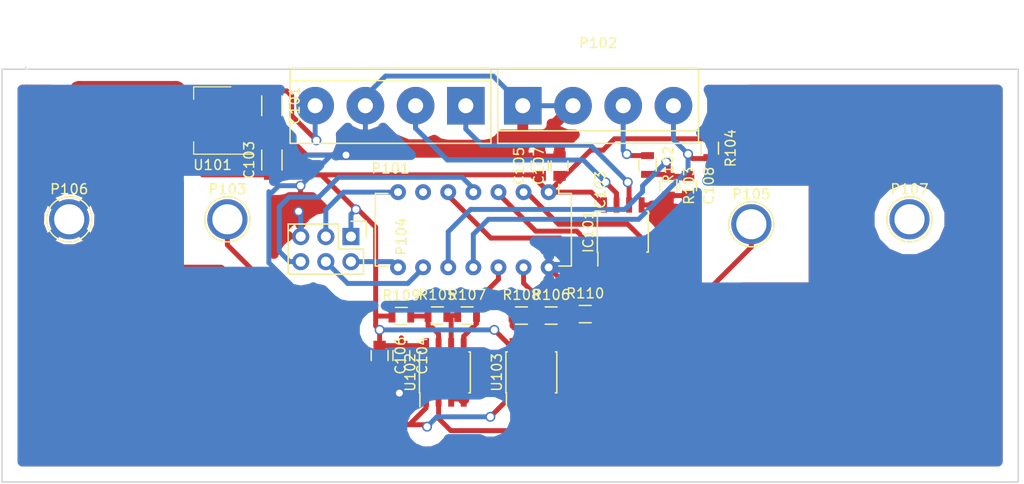
<source format=kicad_pcb>
(kicad_pcb (version 4) (host pcbnew 4.0.6)

  (general
    (links 68)
    (no_connects 0)
    (area 0 0 0 0)
    (thickness 1.6)
    (drawings 10)
    (tracks 287)
    (zones 0)
    (modules 28)
    (nets 23)
  )

  (page A4)
  (layers
    (0 F.Cu signal)
    (31 B.Cu signal)
    (32 B.Adhes user)
    (33 F.Adhes user)
    (34 B.Paste user)
    (35 F.Paste user)
    (36 B.SilkS user)
    (37 F.SilkS user)
    (38 B.Mask user)
    (39 F.Mask user)
    (40 Dwgs.User user)
    (41 Cmts.User user)
    (42 Eco1.User user)
    (43 Eco2.User user)
    (44 Edge.Cuts user)
    (45 Margin user)
    (46 B.CrtYd user)
    (47 F.CrtYd user)
    (48 B.Fab user)
    (49 F.Fab user)
  )

  (setup
    (last_trace_width 2)
    (trace_clearance 0.5)
    (zone_clearance 1.5)
    (zone_45_only yes)
    (trace_min 0.2)
    (segment_width 0.2)
    (edge_width 0.15)
    (via_size 1)
    (via_drill 0.7)
    (via_min_size 0.4)
    (via_min_drill 0.3)
    (uvia_size 0.3)
    (uvia_drill 0.1)
    (uvias_allowed no)
    (uvia_min_size 0.2)
    (uvia_min_drill 0.1)
    (pcb_text_width 0.3)
    (pcb_text_size 1.5 1.5)
    (mod_edge_width 0.15)
    (mod_text_size 1 1)
    (mod_text_width 0.15)
    (pad_size 1.524 1.524)
    (pad_drill 0.762)
    (pad_to_mask_clearance 0.2)
    (aux_axis_origin 0 0)
    (visible_elements FFFFFF7F)
    (pcbplotparams
      (layerselection 0x00030_80000001)
      (usegerberextensions false)
      (excludeedgelayer true)
      (linewidth 0.100000)
      (plotframeref false)
      (viasonmask false)
      (mode 1)
      (useauxorigin false)
      (hpglpennumber 1)
      (hpglpenspeed 20)
      (hpglpendiameter 15)
      (hpglpenoverlay 2)
      (psnegative false)
      (psa4output false)
      (plotreference true)
      (plotvalue true)
      (plotinvisibletext false)
      (padsonsilk false)
      (subtractmaskfromsilk false)
      (outputformat 1)
      (mirror false)
      (drillshape 1)
      (scaleselection 1)
      (outputdirectory ""))
  )

  (net 0 "")
  (net 1 Vin)
  (net 2 GND)
  (net 3 M0SI)
  (net 4 5v)
  (net 5 BatSenseV)
  (net 6 TXEN)
  (net 7 RS485-A)
  (net 8 RS485-B)
  (net 9 CurSenseVH)
  (net 10 NTC)
  (net 11 SCK)
  (net 12 RS-)
  (net 13 RS+)
  (net 14 BatV+)
  (net 15 "Net-(R105-Pad1)")
  (net 16 "Net-(R105-Pad2)")
  (net 17 "Net-(R106-Pad1)")
  (net 18 Reset)
  (net 19 RX)
  (net 20 MISO)
  (net 21 TX)
  (net 22 CurSenseVL)

  (net_class Default "This is the default net class."
    (clearance 0.5)
    (trace_width 2)
    (via_dia 1)
    (via_drill 0.7)
    (uvia_dia 0.3)
    (uvia_drill 0.1)
    (add_net 5v)
    (add_net BatSenseV)
    (add_net BatV+)
    (add_net CurSenseVH)
    (add_net CurSenseVL)
    (add_net GND)
    (add_net M0SI)
    (add_net MISO)
    (add_net NTC)
    (add_net "Net-(R105-Pad1)")
    (add_net "Net-(R105-Pad2)")
    (add_net "Net-(R106-Pad1)")
    (add_net RS+)
    (add_net RS-)
    (add_net RS485-A)
    (add_net RS485-B)
    (add_net RX)
    (add_net Reset)
    (add_net SCK)
    (add_net TX)
    (add_net TXEN)
    (add_net Vin)
  )

  (module Capacitors_SMD:C_1206 (layer F.Cu) (tedit 5415D7BD) (tstamp 629CA549)
    (at 114.5 42.5 270)
    (descr "Capacitor SMD 1206, reflow soldering, AVX (see smccp.pdf)")
    (tags "capacitor 1206")
    (path /629BA5E0)
    (attr smd)
    (fp_text reference C101 (at 0 -2.3 270) (layer F.SilkS)
      (effects (font (size 1 1) (thickness 0.15)))
    )
    (fp_text value 10uF (at 0 2.3 270) (layer F.Fab)
      (effects (font (size 1 1) (thickness 0.15)))
    )
    (fp_line (start -1.6 0.8) (end -1.6 -0.8) (layer F.Fab) (width 0.15))
    (fp_line (start 1.6 0.8) (end -1.6 0.8) (layer F.Fab) (width 0.15))
    (fp_line (start 1.6 -0.8) (end 1.6 0.8) (layer F.Fab) (width 0.15))
    (fp_line (start -1.6 -0.8) (end 1.6 -0.8) (layer F.Fab) (width 0.15))
    (fp_line (start -2.3 -1.15) (end 2.3 -1.15) (layer F.CrtYd) (width 0.05))
    (fp_line (start -2.3 1.15) (end 2.3 1.15) (layer F.CrtYd) (width 0.05))
    (fp_line (start -2.3 -1.15) (end -2.3 1.15) (layer F.CrtYd) (width 0.05))
    (fp_line (start 2.3 -1.15) (end 2.3 1.15) (layer F.CrtYd) (width 0.05))
    (fp_line (start 1 -1.025) (end -1 -1.025) (layer F.SilkS) (width 0.15))
    (fp_line (start -1 1.025) (end 1 1.025) (layer F.SilkS) (width 0.15))
    (pad 1 smd rect (at -1.5 0 270) (size 1 1.6) (layers F.Cu F.Paste F.Mask)
      (net 1 Vin))
    (pad 2 smd rect (at 1.5 0 270) (size 1 1.6) (layers F.Cu F.Paste F.Mask)
      (net 2 GND))
    (model Capacitors_SMD.3dshapes/C_1206.wrl
      (at (xyz 0 0 0))
      (scale (xyz 1 1 1))
      (rotate (xyz 0 0 0))
    )
  )

  (module Capacitors_SMD:C_1206 (layer F.Cu) (tedit 5415D7BD) (tstamp 629CA555)
    (at 114.5 48 90)
    (descr "Capacitor SMD 1206, reflow soldering, AVX (see smccp.pdf)")
    (tags "capacitor 1206")
    (path /629BA63F)
    (attr smd)
    (fp_text reference C103 (at 0 -2.3 90) (layer F.SilkS)
      (effects (font (size 1 1) (thickness 0.15)))
    )
    (fp_text value 10uF (at 0 2.3 90) (layer F.Fab)
      (effects (font (size 1 1) (thickness 0.15)))
    )
    (fp_line (start -1.6 0.8) (end -1.6 -0.8) (layer F.Fab) (width 0.15))
    (fp_line (start 1.6 0.8) (end -1.6 0.8) (layer F.Fab) (width 0.15))
    (fp_line (start 1.6 -0.8) (end 1.6 0.8) (layer F.Fab) (width 0.15))
    (fp_line (start -1.6 -0.8) (end 1.6 -0.8) (layer F.Fab) (width 0.15))
    (fp_line (start -2.3 -1.15) (end 2.3 -1.15) (layer F.CrtYd) (width 0.05))
    (fp_line (start -2.3 1.15) (end 2.3 1.15) (layer F.CrtYd) (width 0.05))
    (fp_line (start -2.3 -1.15) (end -2.3 1.15) (layer F.CrtYd) (width 0.05))
    (fp_line (start 2.3 -1.15) (end 2.3 1.15) (layer F.CrtYd) (width 0.05))
    (fp_line (start 1 -1.025) (end -1 -1.025) (layer F.SilkS) (width 0.15))
    (fp_line (start -1 1.025) (end 1 1.025) (layer F.SilkS) (width 0.15))
    (pad 1 smd rect (at -1.5 0 90) (size 1 1.6) (layers F.Cu F.Paste F.Mask)
      (net 4 5v))
    (pad 2 smd rect (at 1.5 0 90) (size 1 1.6) (layers F.Cu F.Paste F.Mask)
      (net 2 GND))
    (model Capacitors_SMD.3dshapes/C_1206.wrl
      (at (xyz 0 0 0))
      (scale (xyz 1 1 1))
      (rotate (xyz 0 0 0))
    )
  )

  (module Capacitors_SMD:C_0805 (layer F.Cu) (tedit 5415D6EA) (tstamp 629CA55B)
    (at 127.6 67.8 270)
    (descr "Capacitor SMD 0805, reflow soldering, AVX (see smccp.pdf)")
    (tags "capacitor 0805")
    (path /629BB261)
    (attr smd)
    (fp_text reference C104 (at 0 -2.1 270) (layer F.SilkS)
      (effects (font (size 1 1) (thickness 0.15)))
    )
    (fp_text value 100nF (at 0 2.1 270) (layer F.Fab)
      (effects (font (size 1 1) (thickness 0.15)))
    )
    (fp_line (start -1 0.625) (end -1 -0.625) (layer F.Fab) (width 0.15))
    (fp_line (start 1 0.625) (end -1 0.625) (layer F.Fab) (width 0.15))
    (fp_line (start 1 -0.625) (end 1 0.625) (layer F.Fab) (width 0.15))
    (fp_line (start -1 -0.625) (end 1 -0.625) (layer F.Fab) (width 0.15))
    (fp_line (start -1.8 -1) (end 1.8 -1) (layer F.CrtYd) (width 0.05))
    (fp_line (start -1.8 1) (end 1.8 1) (layer F.CrtYd) (width 0.05))
    (fp_line (start -1.8 -1) (end -1.8 1) (layer F.CrtYd) (width 0.05))
    (fp_line (start 1.8 -1) (end 1.8 1) (layer F.CrtYd) (width 0.05))
    (fp_line (start 0.5 -0.85) (end -0.5 -0.85) (layer F.SilkS) (width 0.15))
    (fp_line (start -0.5 0.85) (end 0.5 0.85) (layer F.SilkS) (width 0.15))
    (pad 1 smd rect (at -1 0 270) (size 1 1.25) (layers F.Cu F.Paste F.Mask)
      (net 4 5v))
    (pad 2 smd rect (at 1 0 270) (size 1 1.25) (layers F.Cu F.Paste F.Mask)
      (net 2 GND))
    (model Capacitors_SMD.3dshapes/C_0805.wrl
      (at (xyz 0 0 0))
      (scale (xyz 1 1 1))
      (rotate (xyz 0 0 0))
    )
  )

  (module Capacitors_SMD:C_0805 (layer F.Cu) (tedit 5415D6EA) (tstamp 629CA561)
    (at 141.6 48.6 90)
    (descr "Capacitor SMD 0805, reflow soldering, AVX (see smccp.pdf)")
    (tags "capacitor 0805")
    (path /6293F7A8)
    (attr smd)
    (fp_text reference C105 (at 0 -2.1 90) (layer F.SilkS)
      (effects (font (size 1 1) (thickness 0.15)))
    )
    (fp_text value 100nF (at 0 2.1 90) (layer F.Fab)
      (effects (font (size 1 1) (thickness 0.15)))
    )
    (fp_line (start -1 0.625) (end -1 -0.625) (layer F.Fab) (width 0.15))
    (fp_line (start 1 0.625) (end -1 0.625) (layer F.Fab) (width 0.15))
    (fp_line (start 1 -0.625) (end 1 0.625) (layer F.Fab) (width 0.15))
    (fp_line (start -1 -0.625) (end 1 -0.625) (layer F.Fab) (width 0.15))
    (fp_line (start -1.8 -1) (end 1.8 -1) (layer F.CrtYd) (width 0.05))
    (fp_line (start -1.8 1) (end 1.8 1) (layer F.CrtYd) (width 0.05))
    (fp_line (start -1.8 -1) (end -1.8 1) (layer F.CrtYd) (width 0.05))
    (fp_line (start 1.8 -1) (end 1.8 1) (layer F.CrtYd) (width 0.05))
    (fp_line (start 0.5 -0.85) (end -0.5 -0.85) (layer F.SilkS) (width 0.15))
    (fp_line (start -0.5 0.85) (end 0.5 0.85) (layer F.SilkS) (width 0.15))
    (pad 1 smd rect (at -1 0 90) (size 1 1.25) (layers F.Cu F.Paste F.Mask)
      (net 4 5v))
    (pad 2 smd rect (at 1 0 90) (size 1 1.25) (layers F.Cu F.Paste F.Mask)
      (net 2 GND))
    (model Capacitors_SMD.3dshapes/C_0805.wrl
      (at (xyz 0 0 0))
      (scale (xyz 1 1 1))
      (rotate (xyz 0 0 0))
    )
  )

  (module Capacitors_SMD:C_0805 (layer F.Cu) (tedit 5415D6EA) (tstamp 629CA567)
    (at 125.4 67.8 270)
    (descr "Capacitor SMD 0805, reflow soldering, AVX (see smccp.pdf)")
    (tags "capacitor 0805")
    (path /6293FF59)
    (attr smd)
    (fp_text reference C106 (at 0 -2.1 270) (layer F.SilkS)
      (effects (font (size 1 1) (thickness 0.15)))
    )
    (fp_text value 100nF (at 0 2.1 270) (layer F.Fab)
      (effects (font (size 1 1) (thickness 0.15)))
    )
    (fp_line (start -1 0.625) (end -1 -0.625) (layer F.Fab) (width 0.15))
    (fp_line (start 1 0.625) (end -1 0.625) (layer F.Fab) (width 0.15))
    (fp_line (start 1 -0.625) (end 1 0.625) (layer F.Fab) (width 0.15))
    (fp_line (start -1 -0.625) (end 1 -0.625) (layer F.Fab) (width 0.15))
    (fp_line (start -1.8 -1) (end 1.8 -1) (layer F.CrtYd) (width 0.05))
    (fp_line (start -1.8 1) (end 1.8 1) (layer F.CrtYd) (width 0.05))
    (fp_line (start -1.8 -1) (end -1.8 1) (layer F.CrtYd) (width 0.05))
    (fp_line (start 1.8 -1) (end 1.8 1) (layer F.CrtYd) (width 0.05))
    (fp_line (start 0.5 -0.85) (end -0.5 -0.85) (layer F.SilkS) (width 0.15))
    (fp_line (start -0.5 0.85) (end 0.5 0.85) (layer F.SilkS) (width 0.15))
    (pad 1 smd rect (at -1 0 270) (size 1 1.25) (layers F.Cu F.Paste F.Mask)
      (net 4 5v))
    (pad 2 smd rect (at 1 0 270) (size 1 1.25) (layers F.Cu F.Paste F.Mask)
      (net 2 GND))
    (model Capacitors_SMD.3dshapes/C_0805.wrl
      (at (xyz 0 0 0))
      (scale (xyz 1 1 1))
      (rotate (xyz 0 0 0))
    )
  )

  (module Capacitors_SMD:C_0805 (layer F.Cu) (tedit 5415D6EA) (tstamp 629CA56D)
    (at 143.6 48.6 90)
    (descr "Capacitor SMD 0805, reflow soldering, AVX (see smccp.pdf)")
    (tags "capacitor 0805")
    (path /629CD333)
    (attr smd)
    (fp_text reference C107 (at 0 -2.1 90) (layer F.SilkS)
      (effects (font (size 1 1) (thickness 0.15)))
    )
    (fp_text value 1nF (at 0 2.1 90) (layer F.Fab)
      (effects (font (size 1 1) (thickness 0.15)))
    )
    (fp_line (start -1 0.625) (end -1 -0.625) (layer F.Fab) (width 0.15))
    (fp_line (start 1 0.625) (end -1 0.625) (layer F.Fab) (width 0.15))
    (fp_line (start 1 -0.625) (end 1 0.625) (layer F.Fab) (width 0.15))
    (fp_line (start -1 -0.625) (end 1 -0.625) (layer F.Fab) (width 0.15))
    (fp_line (start -1.8 -1) (end 1.8 -1) (layer F.CrtYd) (width 0.05))
    (fp_line (start -1.8 1) (end 1.8 1) (layer F.CrtYd) (width 0.05))
    (fp_line (start -1.8 -1) (end -1.8 1) (layer F.CrtYd) (width 0.05))
    (fp_line (start 1.8 -1) (end 1.8 1) (layer F.CrtYd) (width 0.05))
    (fp_line (start 0.5 -0.85) (end -0.5 -0.85) (layer F.SilkS) (width 0.15))
    (fp_line (start -0.5 0.85) (end 0.5 0.85) (layer F.SilkS) (width 0.15))
    (pad 1 smd rect (at -1 0 90) (size 1 1.25) (layers F.Cu F.Paste F.Mask)
      (net 4 5v))
    (pad 2 smd rect (at 1 0 90) (size 1 1.25) (layers F.Cu F.Paste F.Mask)
      (net 2 GND))
    (model Capacitors_SMD.3dshapes/C_0805.wrl
      (at (xyz 0 0 0))
      (scale (xyz 1 1 1))
      (rotate (xyz 0 0 0))
    )
  )

  (module Capacitors_SMD:C_0805 (layer F.Cu) (tedit 5415D6EA) (tstamp 629CA573)
    (at 156.6 50.6 270)
    (descr "Capacitor SMD 0805, reflow soldering, AVX (see smccp.pdf)")
    (tags "capacitor 0805")
    (path /62940AA3)
    (attr smd)
    (fp_text reference C108 (at 0 -2.1 270) (layer F.SilkS)
      (effects (font (size 1 1) (thickness 0.15)))
    )
    (fp_text value C (at 0 2.1 270) (layer F.Fab)
      (effects (font (size 1 1) (thickness 0.15)))
    )
    (fp_line (start -1 0.625) (end -1 -0.625) (layer F.Fab) (width 0.15))
    (fp_line (start 1 0.625) (end -1 0.625) (layer F.Fab) (width 0.15))
    (fp_line (start 1 -0.625) (end 1 0.625) (layer F.Fab) (width 0.15))
    (fp_line (start -1 -0.625) (end 1 -0.625) (layer F.Fab) (width 0.15))
    (fp_line (start -1.8 -1) (end 1.8 -1) (layer F.CrtYd) (width 0.05))
    (fp_line (start -1.8 1) (end 1.8 1) (layer F.CrtYd) (width 0.05))
    (fp_line (start -1.8 -1) (end -1.8 1) (layer F.CrtYd) (width 0.05))
    (fp_line (start 1.8 -1) (end 1.8 1) (layer F.CrtYd) (width 0.05))
    (fp_line (start 0.5 -0.85) (end -0.5 -0.85) (layer F.SilkS) (width 0.15))
    (fp_line (start -0.5 0.85) (end 0.5 0.85) (layer F.SilkS) (width 0.15))
    (pad 1 smd rect (at -1 0 270) (size 1 1.25) (layers F.Cu F.Paste F.Mask)
      (net 5 BatSenseV))
    (pad 2 smd rect (at 1 0 270) (size 1 1.25) (layers F.Cu F.Paste F.Mask)
      (net 2 GND))
    (model Capacitors_SMD.3dshapes/C_0805.wrl
      (at (xyz 0 0 0))
      (scale (xyz 1 1 1))
      (rotate (xyz 0 0 0))
    )
  )

  (module Housings_SOIC:SOIC-8_3.9x4.9mm_Pitch1.27mm (layer F.Cu) (tedit 54130A77) (tstamp 629CA57F)
    (at 150 55.25 90)
    (descr "8-Lead Plastic Small Outline (SN) - Narrow, 3.90 mm Body [SOIC] (see Microchip Packaging Specification 00000049BS.pdf)")
    (tags "SOIC 1.27")
    (path /6293EE38)
    (attr smd)
    (fp_text reference IC101 (at 0 -3.5 90) (layer F.SilkS)
      (effects (font (size 1 1) (thickness 0.15)))
    )
    (fp_text value MAX3485E (at 0 3.5 90) (layer F.Fab)
      (effects (font (size 1 1) (thickness 0.15)))
    )
    (fp_line (start -0.95 -2.45) (end 1.95 -2.45) (layer F.Fab) (width 0.15))
    (fp_line (start 1.95 -2.45) (end 1.95 2.45) (layer F.Fab) (width 0.15))
    (fp_line (start 1.95 2.45) (end -1.95 2.45) (layer F.Fab) (width 0.15))
    (fp_line (start -1.95 2.45) (end -1.95 -1.45) (layer F.Fab) (width 0.15))
    (fp_line (start -1.95 -1.45) (end -0.95 -2.45) (layer F.Fab) (width 0.15))
    (fp_line (start -3.75 -2.75) (end -3.75 2.75) (layer F.CrtYd) (width 0.05))
    (fp_line (start 3.75 -2.75) (end 3.75 2.75) (layer F.CrtYd) (width 0.05))
    (fp_line (start -3.75 -2.75) (end 3.75 -2.75) (layer F.CrtYd) (width 0.05))
    (fp_line (start -3.75 2.75) (end 3.75 2.75) (layer F.CrtYd) (width 0.05))
    (fp_line (start -2.075 -2.575) (end -2.075 -2.525) (layer F.SilkS) (width 0.15))
    (fp_line (start 2.075 -2.575) (end 2.075 -2.43) (layer F.SilkS) (width 0.15))
    (fp_line (start 2.075 2.575) (end 2.075 2.43) (layer F.SilkS) (width 0.15))
    (fp_line (start -2.075 2.575) (end -2.075 2.43) (layer F.SilkS) (width 0.15))
    (fp_line (start -2.075 -2.575) (end 2.075 -2.575) (layer F.SilkS) (width 0.15))
    (fp_line (start -2.075 2.575) (end 2.075 2.575) (layer F.SilkS) (width 0.15))
    (fp_line (start -2.075 -2.525) (end -3.475 -2.525) (layer F.SilkS) (width 0.15))
    (pad 1 smd rect (at -2.7 -1.905 90) (size 1.55 0.6) (layers F.Cu F.Paste F.Mask)
      (net 19 RX))
    (pad 2 smd rect (at -2.7 -0.635 90) (size 1.55 0.6) (layers F.Cu F.Paste F.Mask)
      (net 6 TXEN))
    (pad 3 smd rect (at -2.7 0.635 90) (size 1.55 0.6) (layers F.Cu F.Paste F.Mask)
      (net 6 TXEN))
    (pad 4 smd rect (at -2.7 1.905 90) (size 1.55 0.6) (layers F.Cu F.Paste F.Mask)
      (net 21 TX))
    (pad 5 smd rect (at 2.7 1.905 90) (size 1.55 0.6) (layers F.Cu F.Paste F.Mask)
      (net 2 GND))
    (pad 6 smd rect (at 2.7 0.635 90) (size 1.55 0.6) (layers F.Cu F.Paste F.Mask)
      (net 7 RS485-A))
    (pad 7 smd rect (at 2.7 -0.635 90) (size 1.55 0.6) (layers F.Cu F.Paste F.Mask)
      (net 8 RS485-B))
    (pad 8 smd rect (at 2.7 -1.905 90) (size 1.55 0.6) (layers F.Cu F.Paste F.Mask)
      (net 4 5v))
    (model Housings_SOIC.3dshapes/SOIC-8_3.9x4.9mm_Pitch1.27mm.wrl
      (at (xyz 0 0 0))
      (scale (xyz 1 1 1))
      (rotate (xyz 0 0 0))
    )
  )

  (module Connect:bornier4 (layer F.Cu) (tedit 0) (tstamp 629CA5C3)
    (at 126.5 42.5 180)
    (descr "Bornier d'alimentation 4 pins")
    (tags DEV)
    (path /62941286)
    (fp_text reference P101 (at 0 -6.35 180) (layer F.SilkS)
      (effects (font (size 1 1) (thickness 0.15)))
    )
    (fp_text value CONN_4 (at 0 5.08 180) (layer F.Fab)
      (effects (font (size 1 1) (thickness 0.15)))
    )
    (fp_line (start -10.16 -3.81) (end -10.16 3.81) (layer F.SilkS) (width 0.15))
    (fp_line (start 10.16 3.81) (end 10.16 -3.81) (layer F.SilkS) (width 0.15))
    (fp_line (start 10.16 2.54) (end -10.16 2.54) (layer F.SilkS) (width 0.15))
    (fp_line (start -10.16 -3.81) (end 10.16 -3.81) (layer F.SilkS) (width 0.15))
    (fp_line (start -10.16 3.81) (end 10.16 3.81) (layer F.SilkS) (width 0.15))
    (pad 2 thru_hole circle (at -2.54 0 180) (size 3.81 3.81) (drill 1.524) (layers *.Cu *.Mask)
      (net 8 RS485-B))
    (pad 3 thru_hole circle (at 2.54 0 180) (size 3.81 3.81) (drill 1.524) (layers *.Cu *.Mask)
      (net 2 GND))
    (pad 1 thru_hole rect (at -7.62 0 180) (size 3.81 3.81) (drill 1.524) (layers *.Cu *.Mask)
      (net 7 RS485-A))
    (pad 4 thru_hole circle (at 7.62 0 180) (size 3.81 3.81) (drill 1.524) (layers *.Cu *.Mask)
      (net 1 Vin))
    (model Connect.3dshapes/bornier4.wrl
      (at (xyz 0 0 0))
      (scale (xyz 1 1 1))
      (rotate (xyz 0 0 0))
    )
  )

  (module Connect:bornier4 (layer F.Cu) (tedit 0) (tstamp 629CA5CB)
    (at 147.5 42.5)
    (descr "Bornier d'alimentation 4 pins")
    (tags DEV)
    (path /62944E68)
    (fp_text reference P102 (at 0 -6.35) (layer F.SilkS)
      (effects (font (size 1 1) (thickness 0.15)))
    )
    (fp_text value CONN_4 (at 0 5.08) (layer F.Fab)
      (effects (font (size 1 1) (thickness 0.15)))
    )
    (fp_line (start -10.16 -3.81) (end -10.16 3.81) (layer F.SilkS) (width 0.15))
    (fp_line (start 10.16 3.81) (end 10.16 -3.81) (layer F.SilkS) (width 0.15))
    (fp_line (start 10.16 2.54) (end -10.16 2.54) (layer F.SilkS) (width 0.15))
    (fp_line (start -10.16 -3.81) (end 10.16 -3.81) (layer F.SilkS) (width 0.15))
    (fp_line (start -10.16 3.81) (end 10.16 3.81) (layer F.SilkS) (width 0.15))
    (pad 2 thru_hole circle (at -2.54 0) (size 3.81 3.81) (drill 1.524) (layers *.Cu *.Mask)
      (net 2 GND))
    (pad 3 thru_hole circle (at 2.54 0) (size 3.81 3.81) (drill 1.524) (layers *.Cu *.Mask)
      (net 14 BatV+))
    (pad 1 thru_hole rect (at -7.62 0) (size 3.81 3.81) (drill 1.524) (layers *.Cu *.Mask)
      (net 2 GND))
    (pad 4 thru_hole circle (at 7.62 0) (size 3.81 3.81) (drill 1.524) (layers *.Cu *.Mask)
      (net 10 NTC))
    (model Connect.3dshapes/bornier4.wrl
      (at (xyz 0 0 0))
      (scale (xyz 1 1 1))
      (rotate (xyz 0 0 0))
    )
  )

  (module Pin_Headers:Pin_Header_Straight_2x03 (layer F.Cu) (tedit 54EA0A4B) (tstamp 629CA5DB)
    (at 122.5 55.75 270)
    (descr "Through hole pin header")
    (tags "pin header")
    (path /629CC469)
    (fp_text reference P104 (at 0 -5.1 270) (layer F.SilkS)
      (effects (font (size 1 1) (thickness 0.15)))
    )
    (fp_text value ICSP/UDPI (at 0 -3.1 270) (layer F.Fab)
      (effects (font (size 1 1) (thickness 0.15)))
    )
    (fp_line (start -1.27 1.27) (end -1.27 6.35) (layer F.SilkS) (width 0.15))
    (fp_line (start -1.55 -1.55) (end 0 -1.55) (layer F.SilkS) (width 0.15))
    (fp_line (start -1.75 -1.75) (end -1.75 6.85) (layer F.CrtYd) (width 0.05))
    (fp_line (start 4.3 -1.75) (end 4.3 6.85) (layer F.CrtYd) (width 0.05))
    (fp_line (start -1.75 -1.75) (end 4.3 -1.75) (layer F.CrtYd) (width 0.05))
    (fp_line (start -1.75 6.85) (end 4.3 6.85) (layer F.CrtYd) (width 0.05))
    (fp_line (start 1.27 -1.27) (end 1.27 1.27) (layer F.SilkS) (width 0.15))
    (fp_line (start 1.27 1.27) (end -1.27 1.27) (layer F.SilkS) (width 0.15))
    (fp_line (start -1.27 6.35) (end 3.81 6.35) (layer F.SilkS) (width 0.15))
    (fp_line (start 3.81 6.35) (end 3.81 1.27) (layer F.SilkS) (width 0.15))
    (fp_line (start -1.55 -1.55) (end -1.55 0) (layer F.SilkS) (width 0.15))
    (fp_line (start 3.81 -1.27) (end 1.27 -1.27) (layer F.SilkS) (width 0.15))
    (fp_line (start 3.81 1.27) (end 3.81 -1.27) (layer F.SilkS) (width 0.15))
    (pad 1 thru_hole rect (at 0 0 270) (size 1.7272 1.7272) (drill 1.016) (layers *.Cu *.Mask)
      (net 4 5v))
    (pad 2 thru_hole oval (at 2.54 0 270) (size 1.7272 1.7272) (drill 1.016) (layers *.Cu *.Mask)
      (net 20 MISO))
    (pad 3 thru_hole oval (at 0 2.54 270) (size 1.7272 1.7272) (drill 1.016) (layers *.Cu *.Mask)
      (net 3 M0SI))
    (pad 4 thru_hole oval (at 2.54 2.54 270) (size 1.7272 1.7272) (drill 1.016) (layers *.Cu *.Mask)
      (net 11 SCK))
    (pad 5 thru_hole oval (at 0 5.08 270) (size 1.7272 1.7272) (drill 1.016) (layers *.Cu *.Mask)
      (net 2 GND))
    (pad 6 thru_hole oval (at 2.54 5.08 270) (size 1.7272 1.7272) (drill 1.016) (layers *.Cu *.Mask)
      (net 18 Reset))
    (model Pin_Headers.3dshapes/Pin_Header_Straight_2x03.wrl
      (at (xyz 0.05 -0.1 0))
      (scale (xyz 1 1 1))
      (rotate (xyz 0 0 90))
    )
  )

  (module Resistors_SMD:R_0805 (layer F.Cu) (tedit 58307B54) (tstamp 629CA5E7)
    (at 152.5 48.5 270)
    (descr "Resistor SMD 0805, reflow soldering, Vishay (see dcrcw.pdf)")
    (tags "resistor 0805")
    (path /62940901)
    (attr smd)
    (fp_text reference R102 (at 0 -2.1 270) (layer F.SilkS)
      (effects (font (size 1 1) (thickness 0.15)))
    )
    (fp_text value R (at 0 2.1 270) (layer F.Fab)
      (effects (font (size 1 1) (thickness 0.15)))
    )
    (fp_line (start -1 0.625) (end -1 -0.625) (layer F.Fab) (width 0.1))
    (fp_line (start 1 0.625) (end -1 0.625) (layer F.Fab) (width 0.1))
    (fp_line (start 1 -0.625) (end 1 0.625) (layer F.Fab) (width 0.1))
    (fp_line (start -1 -0.625) (end 1 -0.625) (layer F.Fab) (width 0.1))
    (fp_line (start -1.6 -1) (end 1.6 -1) (layer F.CrtYd) (width 0.05))
    (fp_line (start -1.6 1) (end 1.6 1) (layer F.CrtYd) (width 0.05))
    (fp_line (start -1.6 -1) (end -1.6 1) (layer F.CrtYd) (width 0.05))
    (fp_line (start 1.6 -1) (end 1.6 1) (layer F.CrtYd) (width 0.05))
    (fp_line (start 0.6 0.875) (end -0.6 0.875) (layer F.SilkS) (width 0.15))
    (fp_line (start -0.6 -0.875) (end 0.6 -0.875) (layer F.SilkS) (width 0.15))
    (pad 1 smd rect (at -0.95 0 270) (size 0.7 1.3) (layers F.Cu F.Paste F.Mask)
      (net 14 BatV+))
    (pad 2 smd rect (at 0.95 0 270) (size 0.7 1.3) (layers F.Cu F.Paste F.Mask)
      (net 5 BatSenseV))
    (model Resistors_SMD.3dshapes/R_0805.wrl
      (at (xyz 0 0 0))
      (scale (xyz 1 1 1))
      (rotate (xyz 0 0 0))
    )
  )

  (module Resistors_SMD:R_0805 (layer F.Cu) (tedit 58307B54) (tstamp 629CA5ED)
    (at 154.6 50.6 270)
    (descr "Resistor SMD 0805, reflow soldering, Vishay (see dcrcw.pdf)")
    (tags "resistor 0805")
    (path /62940976)
    (attr smd)
    (fp_text reference R103 (at 0 -2.1 270) (layer F.SilkS)
      (effects (font (size 1 1) (thickness 0.15)))
    )
    (fp_text value R (at 0 2.1 270) (layer F.Fab)
      (effects (font (size 1 1) (thickness 0.15)))
    )
    (fp_line (start -1 0.625) (end -1 -0.625) (layer F.Fab) (width 0.1))
    (fp_line (start 1 0.625) (end -1 0.625) (layer F.Fab) (width 0.1))
    (fp_line (start 1 -0.625) (end 1 0.625) (layer F.Fab) (width 0.1))
    (fp_line (start -1 -0.625) (end 1 -0.625) (layer F.Fab) (width 0.1))
    (fp_line (start -1.6 -1) (end 1.6 -1) (layer F.CrtYd) (width 0.05))
    (fp_line (start -1.6 1) (end 1.6 1) (layer F.CrtYd) (width 0.05))
    (fp_line (start -1.6 -1) (end -1.6 1) (layer F.CrtYd) (width 0.05))
    (fp_line (start 1.6 -1) (end 1.6 1) (layer F.CrtYd) (width 0.05))
    (fp_line (start 0.6 0.875) (end -0.6 0.875) (layer F.SilkS) (width 0.15))
    (fp_line (start -0.6 -0.875) (end 0.6 -0.875) (layer F.SilkS) (width 0.15))
    (pad 1 smd rect (at -0.95 0 270) (size 0.7 1.3) (layers F.Cu F.Paste F.Mask)
      (net 5 BatSenseV))
    (pad 2 smd rect (at 0.95 0 270) (size 0.7 1.3) (layers F.Cu F.Paste F.Mask)
      (net 2 GND))
    (model Resistors_SMD.3dshapes/R_0805.wrl
      (at (xyz 0 0 0))
      (scale (xyz 1 1 1))
      (rotate (xyz 0 0 0))
    )
  )

  (module Resistors_SMD:R_0805 (layer F.Cu) (tedit 58307B54) (tstamp 629CA5F3)
    (at 158.8 46.8 270)
    (descr "Resistor SMD 0805, reflow soldering, Vishay (see dcrcw.pdf)")
    (tags "resistor 0805")
    (path /629446B1)
    (attr smd)
    (fp_text reference R104 (at 0 -2.1 270) (layer F.SilkS)
      (effects (font (size 1 1) (thickness 0.15)))
    )
    (fp_text value 4K7 (at 0 2.1 270) (layer F.Fab)
      (effects (font (size 1 1) (thickness 0.15)))
    )
    (fp_line (start -1 0.625) (end -1 -0.625) (layer F.Fab) (width 0.1))
    (fp_line (start 1 0.625) (end -1 0.625) (layer F.Fab) (width 0.1))
    (fp_line (start 1 -0.625) (end 1 0.625) (layer F.Fab) (width 0.1))
    (fp_line (start -1 -0.625) (end 1 -0.625) (layer F.Fab) (width 0.1))
    (fp_line (start -1.6 -1) (end 1.6 -1) (layer F.CrtYd) (width 0.05))
    (fp_line (start -1.6 1) (end 1.6 1) (layer F.CrtYd) (width 0.05))
    (fp_line (start -1.6 -1) (end -1.6 1) (layer F.CrtYd) (width 0.05))
    (fp_line (start 1.6 -1) (end 1.6 1) (layer F.CrtYd) (width 0.05))
    (fp_line (start 0.6 0.875) (end -0.6 0.875) (layer F.SilkS) (width 0.15))
    (fp_line (start -0.6 -0.875) (end 0.6 -0.875) (layer F.SilkS) (width 0.15))
    (pad 1 smd rect (at -0.95 0 270) (size 0.7 1.3) (layers F.Cu F.Paste F.Mask)
      (net 4 5v))
    (pad 2 smd rect (at 0.95 0 270) (size 0.7 1.3) (layers F.Cu F.Paste F.Mask)
      (net 10 NTC))
    (model Resistors_SMD.3dshapes/R_0805.wrl
      (at (xyz 0 0 0))
      (scale (xyz 1 1 1))
      (rotate (xyz 0 0 0))
    )
  )

  (module Resistors_SMD:R_0805 (layer F.Cu) (tedit 58307B54) (tstamp 629CA5F9)
    (at 131.25 63.75)
    (descr "Resistor SMD 0805, reflow soldering, Vishay (see dcrcw.pdf)")
    (tags "resistor 0805")
    (path /629BF695)
    (attr smd)
    (fp_text reference R105 (at 0 -2.1) (layer F.SilkS)
      (effects (font (size 1 1) (thickness 0.15)))
    )
    (fp_text value R (at 0 2.1) (layer F.Fab)
      (effects (font (size 1 1) (thickness 0.15)))
    )
    (fp_line (start -1 0.625) (end -1 -0.625) (layer F.Fab) (width 0.1))
    (fp_line (start 1 0.625) (end -1 0.625) (layer F.Fab) (width 0.1))
    (fp_line (start 1 -0.625) (end 1 0.625) (layer F.Fab) (width 0.1))
    (fp_line (start -1 -0.625) (end 1 -0.625) (layer F.Fab) (width 0.1))
    (fp_line (start -1.6 -1) (end 1.6 -1) (layer F.CrtYd) (width 0.05))
    (fp_line (start -1.6 1) (end 1.6 1) (layer F.CrtYd) (width 0.05))
    (fp_line (start -1.6 -1) (end -1.6 1) (layer F.CrtYd) (width 0.05))
    (fp_line (start 1.6 -1) (end 1.6 1) (layer F.CrtYd) (width 0.05))
    (fp_line (start 0.6 0.875) (end -0.6 0.875) (layer F.SilkS) (width 0.15))
    (fp_line (start -0.6 -0.875) (end 0.6 -0.875) (layer F.SilkS) (width 0.15))
    (pad 1 smd rect (at -0.95 0) (size 0.7 1.3) (layers F.Cu F.Paste F.Mask)
      (net 15 "Net-(R105-Pad1)"))
    (pad 2 smd rect (at 0.95 0) (size 0.7 1.3) (layers F.Cu F.Paste F.Mask)
      (net 16 "Net-(R105-Pad2)"))
    (model Resistors_SMD.3dshapes/R_0805.wrl
      (at (xyz 0 0 0))
      (scale (xyz 1 1 1))
      (rotate (xyz 0 0 0))
    )
  )

  (module Resistors_SMD:R_0805 (layer F.Cu) (tedit 58307B54) (tstamp 629CA5FF)
    (at 142.75 63.75)
    (descr "Resistor SMD 0805, reflow soldering, Vishay (see dcrcw.pdf)")
    (tags "resistor 0805")
    (path /6293F511)
    (attr smd)
    (fp_text reference R106 (at 0 -2.1) (layer F.SilkS)
      (effects (font (size 1 1) (thickness 0.15)))
    )
    (fp_text value R (at 0 2.1) (layer F.Fab)
      (effects (font (size 1 1) (thickness 0.15)))
    )
    (fp_line (start -1 0.625) (end -1 -0.625) (layer F.Fab) (width 0.1))
    (fp_line (start 1 0.625) (end -1 0.625) (layer F.Fab) (width 0.1))
    (fp_line (start 1 -0.625) (end 1 0.625) (layer F.Fab) (width 0.1))
    (fp_line (start -1 -0.625) (end 1 -0.625) (layer F.Fab) (width 0.1))
    (fp_line (start -1.6 -1) (end 1.6 -1) (layer F.CrtYd) (width 0.05))
    (fp_line (start -1.6 1) (end 1.6 1) (layer F.CrtYd) (width 0.05))
    (fp_line (start -1.6 -1) (end -1.6 1) (layer F.CrtYd) (width 0.05))
    (fp_line (start 1.6 -1) (end 1.6 1) (layer F.CrtYd) (width 0.05))
    (fp_line (start 0.6 0.875) (end -0.6 0.875) (layer F.SilkS) (width 0.15))
    (fp_line (start -0.6 -0.875) (end 0.6 -0.875) (layer F.SilkS) (width 0.15))
    (pad 1 smd rect (at -0.95 0) (size 0.7 1.3) (layers F.Cu F.Paste F.Mask)
      (net 17 "Net-(R106-Pad1)"))
    (pad 2 smd rect (at 0.95 0) (size 0.7 1.3) (layers F.Cu F.Paste F.Mask)
      (net 22 CurSenseVL))
    (model Resistors_SMD.3dshapes/R_0805.wrl
      (at (xyz 0 0 0))
      (scale (xyz 1 1 1))
      (rotate (xyz 0 0 0))
    )
  )

  (module Resistors_SMD:R_0805 (layer F.Cu) (tedit 58307B54) (tstamp 629CA605)
    (at 134.25 63.75)
    (descr "Resistor SMD 0805, reflow soldering, Vishay (see dcrcw.pdf)")
    (tags "resistor 0805")
    (path /629BF68F)
    (attr smd)
    (fp_text reference R107 (at 0 -2.1) (layer F.SilkS)
      (effects (font (size 1 1) (thickness 0.15)))
    )
    (fp_text value R (at 0 2.1) (layer F.Fab)
      (effects (font (size 1 1) (thickness 0.15)))
    )
    (fp_line (start -1 0.625) (end -1 -0.625) (layer F.Fab) (width 0.1))
    (fp_line (start 1 0.625) (end -1 0.625) (layer F.Fab) (width 0.1))
    (fp_line (start 1 -0.625) (end 1 0.625) (layer F.Fab) (width 0.1))
    (fp_line (start -1 -0.625) (end 1 -0.625) (layer F.Fab) (width 0.1))
    (fp_line (start -1.6 -1) (end 1.6 -1) (layer F.CrtYd) (width 0.05))
    (fp_line (start -1.6 1) (end 1.6 1) (layer F.CrtYd) (width 0.05))
    (fp_line (start -1.6 -1) (end -1.6 1) (layer F.CrtYd) (width 0.05))
    (fp_line (start 1.6 -1) (end 1.6 1) (layer F.CrtYd) (width 0.05))
    (fp_line (start 0.6 0.875) (end -0.6 0.875) (layer F.SilkS) (width 0.15))
    (fp_line (start -0.6 -0.875) (end 0.6 -0.875) (layer F.SilkS) (width 0.15))
    (pad 1 smd rect (at -0.95 0) (size 0.7 1.3) (layers F.Cu F.Paste F.Mask)
      (net 16 "Net-(R105-Pad2)"))
    (pad 2 smd rect (at 0.95 0) (size 0.7 1.3) (layers F.Cu F.Paste F.Mask)
      (net 9 CurSenseVH))
    (model Resistors_SMD.3dshapes/R_0805.wrl
      (at (xyz 0 0 0))
      (scale (xyz 1 1 1))
      (rotate (xyz 0 0 0))
    )
  )

  (module Resistors_SMD:R_0805 (layer F.Cu) (tedit 58307B54) (tstamp 629CA60B)
    (at 139.75 63.75)
    (descr "Resistor SMD 0805, reflow soldering, Vishay (see dcrcw.pdf)")
    (tags "resistor 0805")
    (path /6293F5E6)
    (attr smd)
    (fp_text reference R108 (at 0 -2.1) (layer F.SilkS)
      (effects (font (size 1 1) (thickness 0.15)))
    )
    (fp_text value R (at 0 2.1) (layer F.Fab)
      (effects (font (size 1 1) (thickness 0.15)))
    )
    (fp_line (start -1 0.625) (end -1 -0.625) (layer F.Fab) (width 0.1))
    (fp_line (start 1 0.625) (end -1 0.625) (layer F.Fab) (width 0.1))
    (fp_line (start 1 -0.625) (end 1 0.625) (layer F.Fab) (width 0.1))
    (fp_line (start -1 -0.625) (end 1 -0.625) (layer F.Fab) (width 0.1))
    (fp_line (start -1.6 -1) (end 1.6 -1) (layer F.CrtYd) (width 0.05))
    (fp_line (start -1.6 1) (end 1.6 1) (layer F.CrtYd) (width 0.05))
    (fp_line (start -1.6 -1) (end -1.6 1) (layer F.CrtYd) (width 0.05))
    (fp_line (start 1.6 -1) (end 1.6 1) (layer F.CrtYd) (width 0.05))
    (fp_line (start 0.6 0.875) (end -0.6 0.875) (layer F.SilkS) (width 0.15))
    (fp_line (start -0.6 -0.875) (end 0.6 -0.875) (layer F.SilkS) (width 0.15))
    (pad 1 smd rect (at -0.95 0) (size 0.7 1.3) (layers F.Cu F.Paste F.Mask)
      (net 15 "Net-(R105-Pad1)"))
    (pad 2 smd rect (at 0.95 0) (size 0.7 1.3) (layers F.Cu F.Paste F.Mask)
      (net 17 "Net-(R106-Pad1)"))
    (model Resistors_SMD.3dshapes/R_0805.wrl
      (at (xyz 0 0 0))
      (scale (xyz 1 1 1))
      (rotate (xyz 0 0 0))
    )
  )

  (module Resistors_SMD:R_0805 (layer F.Cu) (tedit 58307B54) (tstamp 629CA611)
    (at 127.6 63.8)
    (descr "Resistor SMD 0805, reflow soldering, Vishay (see dcrcw.pdf)")
    (tags "resistor 0805")
    (path /6293EFF6)
    (attr smd)
    (fp_text reference R109 (at 0 -2.1) (layer F.SilkS)
      (effects (font (size 1 1) (thickness 0.15)))
    )
    (fp_text value 100K (at 0 2.1) (layer F.Fab)
      (effects (font (size 1 1) (thickness 0.15)))
    )
    (fp_line (start -1 0.625) (end -1 -0.625) (layer F.Fab) (width 0.1))
    (fp_line (start 1 0.625) (end -1 0.625) (layer F.Fab) (width 0.1))
    (fp_line (start 1 -0.625) (end 1 0.625) (layer F.Fab) (width 0.1))
    (fp_line (start -1 -0.625) (end 1 -0.625) (layer F.Fab) (width 0.1))
    (fp_line (start -1.6 -1) (end 1.6 -1) (layer F.CrtYd) (width 0.05))
    (fp_line (start -1.6 1) (end 1.6 1) (layer F.CrtYd) (width 0.05))
    (fp_line (start -1.6 -1) (end -1.6 1) (layer F.CrtYd) (width 0.05))
    (fp_line (start 1.6 -1) (end 1.6 1) (layer F.CrtYd) (width 0.05))
    (fp_line (start 0.6 0.875) (end -0.6 0.875) (layer F.SilkS) (width 0.15))
    (fp_line (start -0.6 -0.875) (end 0.6 -0.875) (layer F.SilkS) (width 0.15))
    (pad 1 smd rect (at -0.95 0) (size 0.7 1.3) (layers F.Cu F.Paste F.Mask)
      (net 4 5v))
    (pad 2 smd rect (at 0.95 0) (size 0.7 1.3) (layers F.Cu F.Paste F.Mask)
      (net 15 "Net-(R105-Pad1)"))
    (model Resistors_SMD.3dshapes/R_0805.wrl
      (at (xyz 0 0 0))
      (scale (xyz 1 1 1))
      (rotate (xyz 0 0 0))
    )
  )

  (module Resistors_SMD:R_0805 (layer F.Cu) (tedit 58307B54) (tstamp 629CA617)
    (at 146.2 63.6)
    (descr "Resistor SMD 0805, reflow soldering, Vishay (see dcrcw.pdf)")
    (tags "resistor 0805")
    (path /6293F02A)
    (attr smd)
    (fp_text reference R110 (at 0 -2.1) (layer F.SilkS)
      (effects (font (size 1 1) (thickness 0.15)))
    )
    (fp_text value 100K (at 0 2.1) (layer F.Fab)
      (effects (font (size 1 1) (thickness 0.15)))
    )
    (fp_line (start -1 0.625) (end -1 -0.625) (layer F.Fab) (width 0.1))
    (fp_line (start 1 0.625) (end -1 0.625) (layer F.Fab) (width 0.1))
    (fp_line (start 1 -0.625) (end 1 0.625) (layer F.Fab) (width 0.1))
    (fp_line (start -1 -0.625) (end 1 -0.625) (layer F.Fab) (width 0.1))
    (fp_line (start -1.6 -1) (end 1.6 -1) (layer F.CrtYd) (width 0.05))
    (fp_line (start -1.6 1) (end 1.6 1) (layer F.CrtYd) (width 0.05))
    (fp_line (start -1.6 -1) (end -1.6 1) (layer F.CrtYd) (width 0.05))
    (fp_line (start 1.6 -1) (end 1.6 1) (layer F.CrtYd) (width 0.05))
    (fp_line (start 0.6 0.875) (end -0.6 0.875) (layer F.SilkS) (width 0.15))
    (fp_line (start -0.6 -0.875) (end 0.6 -0.875) (layer F.SilkS) (width 0.15))
    (pad 1 smd rect (at -0.95 0) (size 0.7 1.3) (layers F.Cu F.Paste F.Mask)
      (net 15 "Net-(R105-Pad1)"))
    (pad 2 smd rect (at 0.95 0) (size 0.7 1.3) (layers F.Cu F.Paste F.Mask)
      (net 2 GND))
    (model Resistors_SMD.3dshapes/R_0805.wrl
      (at (xyz 0 0 0))
      (scale (xyz 1 1 1))
      (rotate (xyz 0 0 0))
    )
  )

  (module TO_SOT_Packages_SMD:SOT-223-3Lead_TabPin2 (layer F.Cu) (tedit 5891A32E) (tstamp 629CA627)
    (at 108.5 44 180)
    (descr "module CMS SOT223 4 pins")
    (tags "CMS SOT")
    (path /629BA07D)
    (attr smd)
    (fp_text reference U101 (at 0 -4.5 180) (layer F.SilkS)
      (effects (font (size 1 1) (thickness 0.15)))
    )
    (fp_text value AMS1117 (at 0 4.5 180) (layer F.Fab)
      (effects (font (size 1 1) (thickness 0.15)))
    )
    (fp_line (start 1.91 3.41) (end 1.91 2.15) (layer F.SilkS) (width 0.12))
    (fp_line (start 1.91 -3.41) (end 1.91 -2.15) (layer F.SilkS) (width 0.12))
    (fp_line (start 4.4 -3.6) (end -4.4 -3.6) (layer F.CrtYd) (width 0.05))
    (fp_line (start 4.4 3.6) (end 4.4 -3.6) (layer F.CrtYd) (width 0.05))
    (fp_line (start -4.4 3.6) (end 4.4 3.6) (layer F.CrtYd) (width 0.05))
    (fp_line (start -4.4 -3.6) (end -4.4 3.6) (layer F.CrtYd) (width 0.05))
    (fp_line (start -1.85 -2.35) (end -0.85 -3.35) (layer F.Fab) (width 0.1))
    (fp_line (start -1.85 -2.35) (end -1.85 3.35) (layer F.Fab) (width 0.1))
    (fp_line (start -1.85 3.41) (end 1.91 3.41) (layer F.SilkS) (width 0.12))
    (fp_line (start -0.85 -3.35) (end 1.85 -3.35) (layer F.Fab) (width 0.1))
    (fp_line (start -4.1 -3.41) (end 1.91 -3.41) (layer F.SilkS) (width 0.12))
    (fp_line (start -1.85 3.35) (end 1.85 3.35) (layer F.Fab) (width 0.1))
    (fp_line (start 1.85 -3.35) (end 1.85 3.35) (layer F.Fab) (width 0.1))
    (pad 2 smd rect (at 3.15 0 180) (size 2 3.8) (layers F.Cu F.Paste F.Mask)
      (net 4 5v))
    (pad 2 smd rect (at -3.15 0 180) (size 2 1.5) (layers F.Cu F.Paste F.Mask)
      (net 4 5v))
    (pad 3 smd rect (at -3.15 2.3 180) (size 2 1.5) (layers F.Cu F.Paste F.Mask)
      (net 1 Vin))
    (pad 1 smd rect (at -3.15 -2.3 180) (size 2 1.5) (layers F.Cu F.Paste F.Mask)
      (net 2 GND))
    (model TO_SOT_Packages_SMD.3dshapes/SOT-223.wrl
      (at (xyz 0 0 0))
      (scale (xyz 0.4 0.4 0.4))
      (rotate (xyz 0 0 90))
    )
  )

  (module Housings_SOIC:SOIC-8_3.9x4.9mm_Pitch1.27mm (layer F.Cu) (tedit 54130A77) (tstamp 629CA633)
    (at 132 69.5 90)
    (descr "8-Lead Plastic Small Outline (SN) - Narrow, 3.90 mm Body [SOIC] (see Microchip Packaging Specification 00000049BS.pdf)")
    (tags "SOIC 1.27")
    (path /629BF687)
    (attr smd)
    (fp_text reference U102 (at 0 -3.5 90) (layer F.SilkS)
      (effects (font (size 1 1) (thickness 0.15)))
    )
    (fp_text value MAX9918 (at 0 3.5 90) (layer F.Fab)
      (effects (font (size 1 1) (thickness 0.15)))
    )
    (fp_line (start -0.95 -2.45) (end 1.95 -2.45) (layer F.Fab) (width 0.15))
    (fp_line (start 1.95 -2.45) (end 1.95 2.45) (layer F.Fab) (width 0.15))
    (fp_line (start 1.95 2.45) (end -1.95 2.45) (layer F.Fab) (width 0.15))
    (fp_line (start -1.95 2.45) (end -1.95 -1.45) (layer F.Fab) (width 0.15))
    (fp_line (start -1.95 -1.45) (end -0.95 -2.45) (layer F.Fab) (width 0.15))
    (fp_line (start -3.75 -2.75) (end -3.75 2.75) (layer F.CrtYd) (width 0.05))
    (fp_line (start 3.75 -2.75) (end 3.75 2.75) (layer F.CrtYd) (width 0.05))
    (fp_line (start -3.75 -2.75) (end 3.75 -2.75) (layer F.CrtYd) (width 0.05))
    (fp_line (start -3.75 2.75) (end 3.75 2.75) (layer F.CrtYd) (width 0.05))
    (fp_line (start -2.075 -2.575) (end -2.075 -2.525) (layer F.SilkS) (width 0.15))
    (fp_line (start 2.075 -2.575) (end 2.075 -2.43) (layer F.SilkS) (width 0.15))
    (fp_line (start 2.075 2.575) (end 2.075 2.43) (layer F.SilkS) (width 0.15))
    (fp_line (start -2.075 2.575) (end -2.075 2.43) (layer F.SilkS) (width 0.15))
    (fp_line (start -2.075 -2.575) (end 2.075 -2.575) (layer F.SilkS) (width 0.15))
    (fp_line (start -2.075 2.575) (end 2.075 2.575) (layer F.SilkS) (width 0.15))
    (fp_line (start -2.075 -2.525) (end -3.475 -2.525) (layer F.SilkS) (width 0.15))
    (pad 1 smd rect (at -2.7 -1.905 90) (size 1.55 0.6) (layers F.Cu F.Paste F.Mask)
      (net 13 RS+))
    (pad 2 smd rect (at -2.7 -0.635 90) (size 1.55 0.6) (layers F.Cu F.Paste F.Mask)
      (net 12 RS-))
    (pad 3 smd rect (at -2.7 0.635 90) (size 1.55 0.6) (layers F.Cu F.Paste F.Mask)
      (net 2 GND))
    (pad 4 smd rect (at -2.7 1.905 90) (size 1.55 0.6) (layers F.Cu F.Paste F.Mask)
      (net 2 GND))
    (pad 5 smd rect (at 2.7 1.905 90) (size 1.55 0.6) (layers F.Cu F.Paste F.Mask)
      (net 9 CurSenseVH))
    (pad 6 smd rect (at 2.7 0.635 90) (size 1.55 0.6) (layers F.Cu F.Paste F.Mask)
      (net 16 "Net-(R105-Pad2)"))
    (pad 7 smd rect (at 2.7 -0.635 90) (size 1.55 0.6) (layers F.Cu F.Paste F.Mask)
      (net 15 "Net-(R105-Pad1)"))
    (pad 8 smd rect (at 2.7 -1.905 90) (size 1.55 0.6) (layers F.Cu F.Paste F.Mask)
      (net 4 5v))
    (model Housings_SOIC.3dshapes/SOIC-8_3.9x4.9mm_Pitch1.27mm.wrl
      (at (xyz 0 0 0))
      (scale (xyz 1 1 1))
      (rotate (xyz 0 0 0))
    )
  )

  (module Housings_SOIC:SOIC-8_3.9x4.9mm_Pitch1.27mm (layer F.Cu) (tedit 54130A77) (tstamp 629CA63F)
    (at 140.75 69.5 90)
    (descr "8-Lead Plastic Small Outline (SN) - Narrow, 3.90 mm Body [SOIC] (see Microchip Packaging Specification 00000049BS.pdf)")
    (tags "SOIC 1.27")
    (path /6293F377)
    (attr smd)
    (fp_text reference U103 (at 0 -3.5 90) (layer F.SilkS)
      (effects (font (size 1 1) (thickness 0.15)))
    )
    (fp_text value MAX9918 (at 0 3.5 90) (layer F.Fab)
      (effects (font (size 1 1) (thickness 0.15)))
    )
    (fp_line (start -0.95 -2.45) (end 1.95 -2.45) (layer F.Fab) (width 0.15))
    (fp_line (start 1.95 -2.45) (end 1.95 2.45) (layer F.Fab) (width 0.15))
    (fp_line (start 1.95 2.45) (end -1.95 2.45) (layer F.Fab) (width 0.15))
    (fp_line (start -1.95 2.45) (end -1.95 -1.45) (layer F.Fab) (width 0.15))
    (fp_line (start -1.95 -1.45) (end -0.95 -2.45) (layer F.Fab) (width 0.15))
    (fp_line (start -3.75 -2.75) (end -3.75 2.75) (layer F.CrtYd) (width 0.05))
    (fp_line (start 3.75 -2.75) (end 3.75 2.75) (layer F.CrtYd) (width 0.05))
    (fp_line (start -3.75 -2.75) (end 3.75 -2.75) (layer F.CrtYd) (width 0.05))
    (fp_line (start -3.75 2.75) (end 3.75 2.75) (layer F.CrtYd) (width 0.05))
    (fp_line (start -2.075 -2.575) (end -2.075 -2.525) (layer F.SilkS) (width 0.15))
    (fp_line (start 2.075 -2.575) (end 2.075 -2.43) (layer F.SilkS) (width 0.15))
    (fp_line (start 2.075 2.575) (end 2.075 2.43) (layer F.SilkS) (width 0.15))
    (fp_line (start -2.075 2.575) (end -2.075 2.43) (layer F.SilkS) (width 0.15))
    (fp_line (start -2.075 -2.575) (end 2.075 -2.575) (layer F.SilkS) (width 0.15))
    (fp_line (start -2.075 2.575) (end 2.075 2.575) (layer F.SilkS) (width 0.15))
    (fp_line (start -2.075 -2.525) (end -3.475 -2.525) (layer F.SilkS) (width 0.15))
    (pad 1 smd rect (at -2.7 -1.905 90) (size 1.55 0.6) (layers F.Cu F.Paste F.Mask)
      (net 13 RS+))
    (pad 2 smd rect (at -2.7 -0.635 90) (size 1.55 0.6) (layers F.Cu F.Paste F.Mask)
      (net 12 RS-))
    (pad 3 smd rect (at -2.7 0.635 90) (size 1.55 0.6) (layers F.Cu F.Paste F.Mask)
      (net 2 GND))
    (pad 4 smd rect (at -2.7 1.905 90) (size 1.55 0.6) (layers F.Cu F.Paste F.Mask)
      (net 2 GND))
    (pad 5 smd rect (at 2.7 1.905 90) (size 1.55 0.6) (layers F.Cu F.Paste F.Mask)
      (net 22 CurSenseVL))
    (pad 6 smd rect (at 2.7 0.635 90) (size 1.55 0.6) (layers F.Cu F.Paste F.Mask)
      (net 17 "Net-(R106-Pad1)"))
    (pad 7 smd rect (at 2.7 -0.635 90) (size 1.55 0.6) (layers F.Cu F.Paste F.Mask)
      (net 15 "Net-(R105-Pad1)"))
    (pad 8 smd rect (at 2.7 -1.905 90) (size 1.55 0.6) (layers F.Cu F.Paste F.Mask)
      (net 4 5v))
    (model Housings_SOIC.3dshapes/SOIC-8_3.9x4.9mm_Pitch1.27mm.wrl
      (at (xyz 0 0 0))
      (scale (xyz 1 1 1))
      (rotate (xyz 0 0 0))
    )
  )

  (module Connect:1pin (layer F.Cu) (tedit 0) (tstamp 629CAACA)
    (at 110 54)
    (descr "module 1 pin (ou trou mecanique de percage)")
    (tags DEV)
    (path /629D6900)
    (fp_text reference P103 (at 0 -3.048) (layer F.SilkS)
      (effects (font (size 1 1) (thickness 0.15)))
    )
    (fp_text value RS+ (at 0 2.794) (layer F.Fab)
      (effects (font (size 1 1) (thickness 0.15)))
    )
    (fp_circle (center 0 0) (end 0 -2.286) (layer F.SilkS) (width 0.15))
    (pad 1 thru_hole circle (at 0 0) (size 4.064 4.064) (drill 3.048) (layers *.Cu *.Mask)
      (net 13 RS+))
  )

  (module Connect:1pin (layer F.Cu) (tedit 0) (tstamp 629CAAD2)
    (at 163 54.5)
    (descr "module 1 pin (ou trou mecanique de percage)")
    (tags DEV)
    (path /629D6985)
    (fp_text reference P105 (at 0 -3.048) (layer F.SilkS)
      (effects (font (size 1 1) (thickness 0.15)))
    )
    (fp_text value RS- (at 0 2.794) (layer F.Fab)
      (effects (font (size 1 1) (thickness 0.15)))
    )
    (fp_circle (center 0 0) (end 0 -2.286) (layer F.SilkS) (width 0.15))
    (pad 1 thru_hole circle (at 0 0) (size 4.064 4.064) (drill 3.048) (layers *.Cu *.Mask)
      (net 12 RS-))
  )

  (module Housings_DIP:DIP-14_W7.62mm (layer F.Cu) (tedit 54130A77) (tstamp 629CC09E)
    (at 142.5 51.25 270)
    (descr "14-lead dip package, row spacing 7.62 mm (300 mils)")
    (tags "dil dip 2.54 300")
    (path /629453CB)
    (fp_text reference IC103 (at 0 -5.22 270) (layer F.SilkS)
      (effects (font (size 1 1) (thickness 0.15)))
    )
    (fp_text value ATTINY84-S (at 0 -3.72 270) (layer F.Fab)
      (effects (font (size 1 1) (thickness 0.15)))
    )
    (fp_line (start -1.05 -2.45) (end -1.05 17.7) (layer F.CrtYd) (width 0.05))
    (fp_line (start 8.65 -2.45) (end 8.65 17.7) (layer F.CrtYd) (width 0.05))
    (fp_line (start -1.05 -2.45) (end 8.65 -2.45) (layer F.CrtYd) (width 0.05))
    (fp_line (start -1.05 17.7) (end 8.65 17.7) (layer F.CrtYd) (width 0.05))
    (fp_line (start 0.135 -2.295) (end 0.135 -1.025) (layer F.SilkS) (width 0.15))
    (fp_line (start 7.485 -2.295) (end 7.485 -1.025) (layer F.SilkS) (width 0.15))
    (fp_line (start 7.485 17.535) (end 7.485 16.265) (layer F.SilkS) (width 0.15))
    (fp_line (start 0.135 17.535) (end 0.135 16.265) (layer F.SilkS) (width 0.15))
    (fp_line (start 0.135 -2.295) (end 7.485 -2.295) (layer F.SilkS) (width 0.15))
    (fp_line (start 0.135 17.535) (end 7.485 17.535) (layer F.SilkS) (width 0.15))
    (fp_line (start 0.135 -1.025) (end -0.8 -1.025) (layer F.SilkS) (width 0.15))
    (pad 1 thru_hole oval (at 0 0 270) (size 1.6 1.6) (drill 0.8) (layers *.Cu *.Mask)
      (net 4 5v))
    (pad 2 thru_hole oval (at 0 2.54 270) (size 1.6 1.6) (drill 0.8) (layers *.Cu *.Mask)
      (net 21 TX))
    (pad 3 thru_hole oval (at 0 5.08 270) (size 1.6 1.6) (drill 0.8) (layers *.Cu *.Mask)
      (net 19 RX))
    (pad 4 thru_hole oval (at 0 7.62 270) (size 1.6 1.6) (drill 0.8) (layers *.Cu *.Mask)
      (net 18 Reset))
    (pad 5 thru_hole oval (at 0 10.16 270) (size 1.6 1.6) (drill 0.8) (layers *.Cu *.Mask)
      (net 6 TXEN))
    (pad 6 thru_hole oval (at 0 12.7 270) (size 1.6 1.6) (drill 0.8) (layers *.Cu *.Mask))
    (pad 7 thru_hole oval (at 0 15.24 270) (size 1.6 1.6) (drill 0.8) (layers *.Cu *.Mask)
      (net 3 M0SI))
    (pad 8 thru_hole oval (at 7.62 15.24 270) (size 1.6 1.6) (drill 0.8) (layers *.Cu *.Mask)
      (net 20 MISO))
    (pad 9 thru_hole oval (at 7.62 12.7 270) (size 1.6 1.6) (drill 0.8) (layers *.Cu *.Mask)
      (net 11 SCK))
    (pad 10 thru_hole oval (at 7.62 10.16 270) (size 1.6 1.6) (drill 0.8) (layers *.Cu *.Mask)
      (net 5 BatSenseV))
    (pad 11 thru_hole oval (at 7.62 7.62 270) (size 1.6 1.6) (drill 0.8) (layers *.Cu *.Mask)
      (net 10 NTC))
    (pad 12 thru_hole oval (at 7.62 5.08 270) (size 1.6 1.6) (drill 0.8) (layers *.Cu *.Mask)
      (net 9 CurSenseVH))
    (pad 13 thru_hole oval (at 7.62 2.54 270) (size 1.6 1.6) (drill 0.8) (layers *.Cu *.Mask)
      (net 22 CurSenseVL))
    (pad 14 thru_hole oval (at 7.62 0 270) (size 1.6 1.6) (drill 0.8) (layers *.Cu *.Mask)
      (net 2 GND))
    (model Housings_DIP.3dshapes/DIP-14_W7.62mm.wrl
      (at (xyz 0 0 0))
      (scale (xyz 1 1 1))
      (rotate (xyz 0 0 0))
    )
  )

  (module Connect:1pin (layer F.Cu) (tedit 0) (tstamp 629CD450)
    (at 94 54)
    (descr "module 1 pin (ou trou mecanique de percage)")
    (tags DEV)
    (path /629DF4BB)
    (fp_text reference P106 (at 0 -3.048) (layer F.SilkS)
      (effects (font (size 1 1) (thickness 0.15)))
    )
    (fp_text value RS+ (at 0 2.794) (layer F.Fab)
      (effects (font (size 1 1) (thickness 0.15)))
    )
    (fp_circle (center 0 0) (end 0 -2.286) (layer F.SilkS) (width 0.15))
    (pad 1 thru_hole circle (at 0 0) (size 4.064 4.064) (drill 3.048) (layers *.Cu *.Mask)
      (net 2 GND))
  )

  (module Connect:1pin (layer F.Cu) (tedit 0) (tstamp 629CD4BD)
    (at 179 54)
    (descr "module 1 pin (ou trou mecanique de percage)")
    (tags DEV)
    (path /629DF6E4)
    (fp_text reference P107 (at 0 -3.048) (layer F.SilkS)
      (effects (font (size 1 1) (thickness 0.15)))
    )
    (fp_text value RS+ (at 0 2.794) (layer F.Fab)
      (effects (font (size 1 1) (thickness 0.15)))
    )
    (fp_circle (center 0 0) (end 0 -2.286) (layer F.SilkS) (width 0.15))
    (pad 1 thru_hole circle (at 0 0) (size 4.064 4.064) (drill 3.048) (layers *.Cu *.Mask))
  )

  (gr_line (start 89.6 38.8) (end 89.6 38.6) (angle 90) (layer Edge.Cuts) (width 0.15))
  (gr_line (start 87.2 38.8) (end 89.6 38.8) (angle 90) (layer Edge.Cuts) (width 0.15))
  (gr_line (start 87.2 80.6) (end 87.2 38.8) (angle 90) (layer Edge.Cuts) (width 0.15))
  (gr_line (start 190 80.6) (end 87.2 80.6) (angle 90) (layer Edge.Cuts) (width 0.15))
  (gr_line (start 190 38.8) (end 190 80.6) (angle 90) (layer Edge.Cuts) (width 0.15))
  (gr_line (start 89.8 38.8) (end 190 38.8) (angle 90) (layer Edge.Cuts) (width 0.15))
  (dimension 53 (width 0.3) (layer Dwgs.User)
    (gr_text "53.000 mm" (at 136.5 37.65) (layer Dwgs.User)
      (effects (font (size 1.5 1.5) (thickness 0.3)))
    )
    (feature1 (pts (xy 110 54) (xy 110 36.3)))
    (feature2 (pts (xy 163 54) (xy 163 36.3)))
    (crossbar (pts (xy 163 39) (xy 110 39)))
    (arrow1a (pts (xy 110 39) (xy 111.126504 38.413579)))
    (arrow1b (pts (xy 110 39) (xy 111.126504 39.586421)))
    (arrow2a (pts (xy 163 39) (xy 161.873496 38.413579)))
    (arrow2b (pts (xy 163 39) (xy 161.873496 39.586421)))
  )
  (dimension 16 (width 0.3) (layer Dwgs.User)
    (gr_text "16.000 mm" (at 171 36.65) (layer Dwgs.User)
      (effects (font (size 1.5 1.5) (thickness 0.3)))
    )
    (feature1 (pts (xy 163 54) (xy 163 35.3)))
    (feature2 (pts (xy 179 54) (xy 179 35.3)))
    (crossbar (pts (xy 179 38) (xy 163 38)))
    (arrow1a (pts (xy 163 38) (xy 164.126504 37.413579)))
    (arrow1b (pts (xy 163 38) (xy 164.126504 38.586421)))
    (arrow2a (pts (xy 179 38) (xy 177.873496 37.413579)))
    (arrow2b (pts (xy 179 38) (xy 177.873496 38.586421)))
  )
  (dimension 16 (width 0.3) (layer Dwgs.User)
    (gr_text "16.000 mm" (at 102 37.15) (layer Dwgs.User)
      (effects (font (size 1.5 1.5) (thickness 0.3)))
    )
    (feature1 (pts (xy 110 53.5) (xy 110 35.8)))
    (feature2 (pts (xy 94 53.5) (xy 94 35.8)))
    (crossbar (pts (xy 94 38.5) (xy 110 38.5)))
    (arrow1a (pts (xy 110 38.5) (xy 108.873496 39.086421)))
    (arrow1b (pts (xy 110 38.5) (xy 108.873496 37.913579)))
    (arrow2a (pts (xy 94 38.5) (xy 95.126504 39.086421)))
    (arrow2b (pts (xy 94 38.5) (xy 95.126504 37.913579)))
  )
  (dimension 85 (width 0.3) (layer Dwgs.User)
    (gr_text "85.000 mm" (at 136.5 33.65) (layer Dwgs.User)
      (effects (font (size 1.5 1.5) (thickness 0.3)))
    )
    (feature1 (pts (xy 179 54) (xy 179 32.3)))
    (feature2 (pts (xy 94 54) (xy 94 32.3)))
    (crossbar (pts (xy 94 35) (xy 179 35)))
    (arrow1a (pts (xy 179 35) (xy 177.873496 35.586421)))
    (arrow1b (pts (xy 179 35) (xy 177.873496 34.413579)))
    (arrow2a (pts (xy 94 35) (xy 95.126504 35.586421)))
    (arrow2b (pts (xy 94 35) (xy 95.126504 34.413579)))
  )

  (segment (start 161.95 45.75) (end 162 45.75) (width 0.5) (layer F.Cu) (net 0) (status 30))
  (segment (start 162 42.95) (end 161.95 43) (width 0.5) (layer F.Cu) (net 0) (tstamp 629CBE99) (status 30))
  (segment (start 114.5 41) (end 112.35 41) (width 0.5) (layer F.Cu) (net 1) (status 30))
  (segment (start 112.35 41) (end 111.65 41.7) (width 0.5) (layer F.Cu) (net 1) (tstamp 629CBA3F) (status 30))
  (segment (start 118.88 42.5) (end 118.88 45.88) (width 0.5) (layer B.Cu) (net 1) (status 10))
  (segment (start 116 41) (end 114.5 41) (width 0.5) (layer F.Cu) (net 1) (tstamp 629CBA37) (status 20))
  (segment (start 116.5 41.5) (end 116 41) (width 0.5) (layer F.Cu) (net 1) (tstamp 629CBA34))
  (segment (start 116.5 43.5) (end 116.5 41.5) (width 0.5) (layer F.Cu) (net 1) (tstamp 629CBA32))
  (segment (start 119 46) (end 116.5 43.5) (width 0.5) (layer F.Cu) (net 1) (tstamp 629CBA31))
  (via (at 119 46) (size 1) (drill 0.7) (layers F.Cu B.Cu) (net 1))
  (segment (start 118.88 45.88) (end 119 46) (width 0.5) (layer B.Cu) (net 1) (tstamp 629CBA17))
  (segment (start 127.4 71.6) (end 111.6 71.6) (width 0.5) (layer B.Cu) (net 2))
  (segment (start 111.6 71.6) (end 94 54) (width 0.5) (layer B.Cu) (net 2) (tstamp 629CD460))
  (segment (start 117.4 50.6) (end 115.2 50.6) (width 0.5) (layer B.Cu) (net 2))
  (segment (start 115.2 50.6) (end 114.2 51.6) (width 0.5) (layer B.Cu) (net 2) (tstamp 629CD3A1))
  (segment (start 117.42 55.75) (end 117.42 53.42) (width 0.5) (layer B.Cu) (net 2))
  (segment (start 120.5 47.5) (end 122 47.5) (width 0.5) (layer B.Cu) (net 2) (tstamp 629CD396))
  (segment (start 117.4 50.6) (end 120.5 47.5) (width 0.5) (layer B.Cu) (net 2) (tstamp 629CD395))
  (via (at 117.4 50.6) (size 1) (drill 0.7) (layers F.Cu B.Cu) (net 2))
  (segment (start 117.4 53) (end 117.4 50.6) (width 0.5) (layer F.Cu) (net 2) (tstamp 629CD383))
  (segment (start 117.2 53.2) (end 117.4 53) (width 0.5) (layer F.Cu) (net 2) (tstamp 629CD382))
  (via (at 117.2 53.2) (size 1) (drill 0.7) (layers F.Cu B.Cu) (net 2))
  (segment (start 117.42 53.42) (end 117.2 53.2) (width 0.5) (layer B.Cu) (net 2) (tstamp 629CD37F))
  (segment (start 122 47.5) (end 117.9 47.5) (width 0.5) (layer B.Cu) (net 2))
  (segment (start 127.6 71.4) (end 127.6 68.8) (width 0.5) (layer F.Cu) (net 2) (tstamp 629CD369))
  (segment (start 114.2 51.6) (end 114.2 58.4) (width 0.5) (layer B.Cu) (net 2) (tstamp 629CD3A6))
  (segment (start 114.2 58.4) (end 127.4 71.6) (width 0.5) (layer B.Cu) (net 2) (tstamp 629CD35C))
  (via (at 127.4 71.6) (size 1) (drill 0.7) (layers F.Cu B.Cu) (net 2))
  (segment (start 127.4 71.6) (end 127.6 71.4) (width 0.5) (layer F.Cu) (net 2) (tstamp 629CD368))
  (segment (start 114.2 51.2) (end 114.2 51.6) (width 0.5) (layer B.Cu) (net 2) (tstamp 629CD358))
  (segment (start 147.15 63.6) (end 151.4 63.6) (width 0.5) (layer F.Cu) (net 2))
  (segment (start 154.6 60.4) (end 154.6 51.55) (width 0.5) (layer F.Cu) (net 2) (tstamp 629CD332))
  (segment (start 151.4 63.6) (end 154.6 60.4) (width 0.5) (layer F.Cu) (net 2) (tstamp 629CD32F))
  (segment (start 133.905 72.2) (end 133.905 71.095) (width 0.5) (layer F.Cu) (net 2))
  (segment (start 141.385 71.185) (end 141.385 72.2) (width 0.5) (layer F.Cu) (net 2) (tstamp 629CD312))
  (segment (start 140.6 70.4) (end 141.385 71.185) (width 0.5) (layer F.Cu) (net 2) (tstamp 629CD310))
  (segment (start 134.6 70.4) (end 140.6 70.4) (width 0.5) (layer F.Cu) (net 2) (tstamp 629CD30F))
  (segment (start 133.905 71.095) (end 134.6 70.4) (width 0.5) (layer F.Cu) (net 2) (tstamp 629CD30D))
  (segment (start 133.905 72.2) (end 133.905 71.495) (width 0.5) (layer F.Cu) (net 2))
  (segment (start 125.4 68.8) (end 127.6 68.8) (width 0.5) (layer F.Cu) (net 2))
  (segment (start 147.15 63.6) (end 147.15 63.15) (width 0.5) (layer F.Cu) (net 2))
  (segment (start 147.15 63.15) (end 144.4 60.4) (width 0.5) (layer F.Cu) (net 2) (tstamp 629CD0B9))
  (segment (start 144.03 60.4) (end 142.5 58.87) (width 0.5) (layer F.Cu) (net 2) (tstamp 629CD0BD))
  (segment (start 144.4 60.4) (end 144.03 60.4) (width 0.5) (layer F.Cu) (net 2) (tstamp 629CD0BA))
  (segment (start 142.655 72.2) (end 142.655 72.145) (width 0.5) (layer F.Cu) (net 2))
  (segment (start 142.655 72.145) (end 147.15 67.65) (width 0.5) (layer F.Cu) (net 2) (tstamp 629CD0B3))
  (segment (start 147.15 67.65) (end 147.15 63.6) (width 0.5) (layer F.Cu) (net 2) (tstamp 629CD0B5))
  (segment (start 141.385 72.2) (end 142.655 72.2) (width 0.5) (layer F.Cu) (net 2))
  (segment (start 133.905 72.2) (end 133.905 72.095) (width 0.5) (layer F.Cu) (net 2))
  (segment (start 132.635 72.2) (end 133.905 72.2) (width 0.5) (layer F.Cu) (net 2))
  (segment (start 127.6 68.8) (end 130 68.8) (width 0.5) (layer F.Cu) (net 2))
  (segment (start 130 68.8) (end 131.6 70.4) (width 0.5) (layer F.Cu) (net 2) (tstamp 629CD036))
  (segment (start 131.6 70.4) (end 132.4 70.4) (width 0.5) (layer F.Cu) (net 2) (tstamp 629CD03B))
  (segment (start 132.4 70.4) (end 132.635 70.635) (width 0.5) (layer F.Cu) (net 2) (tstamp 629CD03C))
  (segment (start 132.635 70.635) (end 132.635 72.2) (width 0.5) (layer F.Cu) (net 2) (tstamp 629CD03F))
  (segment (start 122 47.5) (end 141.5 47.5) (width 0.5) (layer F.Cu) (net 2))
  (segment (start 141.5 47.5) (end 141.6 47.6) (width 0.5) (layer F.Cu) (net 2) (tstamp 629CCF2F))
  (segment (start 141.6 47.6) (end 143.6 47.6) (width 0.5) (layer F.Cu) (net 2) (tstamp 629CCF32))
  (segment (start 156.6 51.6) (end 154.65 51.6) (width 0.5) (layer F.Cu) (net 2))
  (segment (start 154.65 51.6) (end 153.7 52.55) (width 0.5) (layer F.Cu) (net 2) (tstamp 629CCE8F))
  (segment (start 153.7 52.55) (end 151.905 52.55) (width 0.5) (layer F.Cu) (net 2) (tstamp 629CCE90))
  (segment (start 139.88 42.5) (end 144.96 42.5) (width 0.5) (layer B.Cu) (net 2) (status 30))
  (segment (start 123.96 42.5) (end 123.96 41.54) (width 0.5) (layer B.Cu) (net 2) (status 30))
  (segment (start 123.96 41.54) (end 126 39.5) (width 0.5) (layer B.Cu) (net 2) (tstamp 629CBAFE) (status 10))
  (segment (start 136.88 39.5) (end 139.88 42.5) (width 0.5) (layer B.Cu) (net 2) (tstamp 629CBB03) (status 20))
  (segment (start 126 39.5) (end 136.88 39.5) (width 0.5) (layer B.Cu) (net 2) (tstamp 629CBB00))
  (segment (start 114.5 46.5) (end 117 46.5) (width 0.5) (layer F.Cu) (net 2) (status 10))
  (segment (start 123.96 45.54) (end 123.96 42.5) (width 0.5) (layer B.Cu) (net 2) (tstamp 629CBAD7) (status 20))
  (segment (start 122 47.5) (end 123.96 45.54) (width 0.5) (layer B.Cu) (net 2) (tstamp 629CBAD6))
  (via (at 122 47.5) (size 1) (drill 0.7) (layers F.Cu B.Cu) (net 2))
  (segment (start 118 47.5) (end 122 47.5) (width 0.5) (layer F.Cu) (net 2) (tstamp 629CBAD0))
  (segment (start 117 46.5) (end 118 47.5) (width 0.5) (layer F.Cu) (net 2) (tstamp 629CBACD))
  (segment (start 114.5 46.5) (end 114.5 44) (width 0.5) (layer F.Cu) (net 2) (status 30))
  (segment (start 111.65 46.3) (end 114.3 46.3) (width 0.5) (layer F.Cu) (net 2) (status 30))
  (segment (start 114.3 46.3) (end 114.5 46.5) (width 0.5) (layer F.Cu) (net 2) (tstamp 629CBAC5) (status 30))
  (segment (start 127.26 51.25) (end 121.75 51.25) (width 0.5) (layer B.Cu) (net 3) (status 10))
  (segment (start 119.96 53.04) (end 119.96 55.75) (width 0.5) (layer B.Cu) (net 3) (tstamp 629CC8C1) (status 20))
  (segment (start 121.75 51.25) (end 119.96 53.04) (width 0.5) (layer B.Cu) (net 3) (tstamp 629CC8C0))
  (segment (start 105.35 41.55) (end 108.45 41.55) (width 2) (layer F.Cu) (net 4))
  (segment (start 106.8 46.2) (end 106.8 43) (width 2) (layer F.Cu) (net 4) (tstamp 629CD5FE))
  (segment (start 106.6 46.4) (end 106.8 46.2) (width 2) (layer F.Cu) (net 4) (tstamp 629CD5FC))
  (segment (start 108.2 46.4) (end 106.6 46.4) (width 2) (layer F.Cu) (net 4) (tstamp 629CD5FB))
  (segment (start 108.6 46) (end 108.2 46.4) (width 2) (layer F.Cu) (net 4) (tstamp 629CD5FA))
  (segment (start 108.6 41.7) (end 108.6 46) (width 2) (layer F.Cu) (net 4) (tstamp 629CD5F7))
  (segment (start 108.45 41.55) (end 108.6 41.7) (width 2) (layer F.Cu) (net 4) (tstamp 629CD5F5))
  (segment (start 105.35 44) (end 105.35 41.55) (width 2) (layer F.Cu) (net 4))
  (segment (start 105.35 46.75) (end 105.35 44) (width 2) (layer F.Cu) (net 4) (tstamp 629CD5DF))
  (segment (start 105.6 47) (end 105.35 46.75) (width 2) (layer F.Cu) (net 4) (tstamp 629CD5DC))
  (segment (start 95.2 47) (end 105.6 47) (width 2) (layer F.Cu) (net 4) (tstamp 629CD5D9))
  (segment (start 95 46.8) (end 95.2 47) (width 2) (layer F.Cu) (net 4) (tstamp 629CD5D7))
  (segment (start 95 41) (end 95 46.8) (width 2) (layer F.Cu) (net 4) (tstamp 629CD5D5))
  (segment (start 104.8 41) (end 95 41) (width 2) (layer F.Cu) (net 4) (tstamp 629CD5D3))
  (segment (start 105.35 41.55) (end 104.8 41) (width 2) (layer F.Cu) (net 4) (tstamp 629CD5CF))
  (segment (start 105.35 44) (end 103.95 45.4) (width 2) (layer F.Cu) (net 4) (tstamp 629CD5E0))
  (segment (start 103.95 45.4) (end 96.4 45.4) (width 2) (layer F.Cu) (net 4) (tstamp 629CD5E3))
  (segment (start 96.4 45.4) (end 96.4 42.6) (width 2) (layer F.Cu) (net 4) (tstamp 629CD5E6))
  (segment (start 96.4 42.6) (end 103.8 42.6) (width 2) (layer F.Cu) (net 4) (tstamp 629CD5E7))
  (segment (start 103.8 42.6) (end 104 42.8) (width 2) (layer F.Cu) (net 4) (tstamp 629CD5EA))
  (segment (start 104 42.8) (end 104 44.4) (width 2) (layer F.Cu) (net 4) (tstamp 629CD5ED))
  (segment (start 104 44.4) (end 103.8 44.2) (width 2) (layer F.Cu) (net 4) (tstamp 629CD5EE))
  (segment (start 103.8 44.2) (end 97.2 44.2) (width 2) (layer F.Cu) (net 4) (tstamp 629CD5F1))
  (segment (start 125.4 65.2) (end 125.4 66.8) (width 0.5) (layer F.Cu) (net 4))
  (segment (start 125 63.6) (end 125 64.8) (width 0.5) (layer F.Cu) (net 4))
  (segment (start 137 65.2) (end 138.6 66.8) (width 0.5) (layer F.Cu) (net 4) (tstamp 629CD254))
  (via (at 137 65.2) (size 1) (drill 0.7) (layers F.Cu B.Cu) (net 4))
  (segment (start 125.4 65.2) (end 137 65.2) (width 0.5) (layer B.Cu) (net 4) (tstamp 629CD250))
  (via (at 125.4 65.2) (size 1) (drill 0.7) (layers F.Cu B.Cu) (net 4))
  (segment (start 125 64.8) (end 125.4 65.2) (width 0.5) (layer F.Cu) (net 4) (tstamp 629CD24C))
  (segment (start 138.6 66.8) (end 138.845 66.8) (width 0.5) (layer F.Cu) (net 4) (tstamp 629CD255))
  (segment (start 127.6 66.8) (end 125.4 66.8) (width 0.5) (layer F.Cu) (net 4))
  (segment (start 125 54.8) (end 125 63.6) (width 0.5) (layer F.Cu) (net 4))
  (segment (start 123.2 53) (end 125 54.8) (width 0.5) (layer F.Cu) (net 4) (tstamp 629CCF68))
  (segment (start 123 53) (end 123.2 53) (width 0.5) (layer F.Cu) (net 4))
  (segment (start 125.2 63.8) (end 126.65 63.8) (width 0.5) (layer F.Cu) (net 4) (tstamp 629CD1F7))
  (segment (start 125 63.6) (end 125.2 63.8) (width 0.5) (layer F.Cu) (net 4) (tstamp 629CD1E0))
  (segment (start 127.6 66.8) (end 127.6 66) (width 0.5) (layer F.Cu) (net 4))
  (segment (start 127.6 66.8) (end 130.095 66.8) (width 0.5) (layer F.Cu) (net 4))
  (segment (start 143.6 49.6) (end 143.6 50.15) (width 0.5) (layer F.Cu) (net 4))
  (segment (start 143.6 50.15) (end 142.5 51.25) (width 0.5) (layer F.Cu) (net 4) (tstamp 629CCF3F))
  (segment (start 141.6 49.6) (end 141.6 50.35) (width 0.5) (layer F.Cu) (net 4))
  (segment (start 141.6 50.35) (end 142.5 51.25) (width 0.5) (layer F.Cu) (net 4) (tstamp 629CCF3C))
  (segment (start 158.8 45.85) (end 149.15 45.85) (width 0.5) (layer F.Cu) (net 4))
  (segment (start 149.15 45.85) (end 148 47) (width 0.5) (layer F.Cu) (net 4) (tstamp 629CCEF5))
  (segment (start 129.845 66.55) (end 130.095 66.8) (width 0.5) (layer F.Cu) (net 4) (tstamp 629CCBB4) (status 30))
  (segment (start 119.5 49.5) (end 140.75 49.5) (width 0.5) (layer F.Cu) (net 4) (status 20))
  (segment (start 140.75 49.5) (end 142.5 51.25) (width 0.5) (layer F.Cu) (net 4) (tstamp 629CC8E0) (status 30))
  (segment (start 122.5 55.75) (end 122.5 53.5) (width 0.5) (layer B.Cu) (net 4) (status 10))
  (segment (start 119.5 49.5) (end 114.5 49.5) (width 0.5) (layer F.Cu) (net 4) (tstamp 629CC8DC) (status 20))
  (segment (start 123 53) (end 119.5 49.5) (width 0.5) (layer F.Cu) (net 4) (tstamp 629CC8DB))
  (via (at 123 53) (size 1) (drill 0.7) (layers F.Cu B.Cu) (net 4))
  (segment (start 122.5 53.5) (end 123 53) (width 0.5) (layer B.Cu) (net 4) (tstamp 629CC8D9))
  (segment (start 148.05 47) (end 148 47) (width 0.5) (layer F.Cu) (net 4) (status 10))
  (segment (start 148 47) (end 146.75 47) (width 0.5) (layer F.Cu) (net 4) (tstamp 629CCEFA) (status 10))
  (segment (start 146.75 47) (end 142.5 51.25) (width 0.5) (layer F.Cu) (net 4) (tstamp 629CC899) (status 20))
  (segment (start 142.5 51.25) (end 146.795 51.25) (width 0.5) (layer F.Cu) (net 4) (status 10))
  (segment (start 146.795 51.25) (end 148.095 52.55) (width 0.5) (layer F.Cu) (net 4) (tstamp 629CC892) (status 20))
  (segment (start 105.35 44) (end 105.35 47.35) (width 0.5) (layer F.Cu) (net 4) (status 10))
  (segment (start 107.5 49.5) (end 114.5 49.5) (width 0.5) (layer F.Cu) (net 4) (tstamp 629CBA4A) (status 20))
  (segment (start 105.35 47.35) (end 107.5 49.5) (width 0.5) (layer F.Cu) (net 4) (tstamp 629CBA48))
  (segment (start 111.65 44) (end 105.35 44) (width 0.5) (layer F.Cu) (net 4) (status 30))
  (segment (start 154.6 49.65) (end 154.6 48.4) (width 0.5) (layer F.Cu) (net 5))
  (segment (start 132.34 55.26) (end 132.34 58.87) (width 0.5) (layer B.Cu) (net 5) (tstamp 629CCEB0))
  (segment (start 134.6 53) (end 132.34 55.26) (width 0.5) (layer B.Cu) (net 5) (tstamp 629CCEA7))
  (segment (start 150.2 53) (end 134.6 53) (width 0.5) (layer B.Cu) (net 5) (tstamp 629CCEA4))
  (segment (start 152 51.2) (end 150.2 53) (width 0.5) (layer B.Cu) (net 5) (tstamp 629CCEA1))
  (segment (start 152 50.6) (end 152 51.2) (width 0.5) (layer B.Cu) (net 5) (tstamp 629CCEA0))
  (segment (start 154.4 48.2) (end 152 50.6) (width 0.5) (layer B.Cu) (net 5) (tstamp 629CCE9F))
  (via (at 154.4 48.2) (size 1) (drill 0.7) (layers F.Cu B.Cu) (net 5))
  (segment (start 154.6 48.4) (end 154.4 48.2) (width 0.5) (layer F.Cu) (net 5) (tstamp 629CCE9B))
  (segment (start 154.6 49.65) (end 156.55 49.65) (width 0.5) (layer F.Cu) (net 5))
  (segment (start 156.55 49.65) (end 156.6 49.6) (width 0.5) (layer F.Cu) (net 5) (tstamp 629CCE8C))
  (segment (start 152.5 49.45) (end 154.5 49.45) (width 0.5) (layer F.Cu) (net 5))
  (segment (start 149.365 57.95) (end 150.635 57.95) (width 0.5) (layer F.Cu) (net 6) (status 30))
  (segment (start 132.34 51.25) (end 132.34 51.59) (width 0.5) (layer F.Cu) (net 6) (status 30))
  (segment (start 132.34 51.59) (end 136.650004 55.900004) (width 0.5) (layer F.Cu) (net 6) (tstamp 629CC885) (status 10))
  (segment (start 136.650004 55.900004) (end 143.650004 55.900004) (width 0.5) (layer F.Cu) (net 6) (tstamp 629CC886))
  (segment (start 143.650004 55.900004) (end 146 58.25) (width 0.5) (layer F.Cu) (net 6) (tstamp 629CC888))
  (segment (start 146 58.25) (end 146 58.5) (width 0.5) (layer F.Cu) (net 6) (tstamp 629CC889))
  (segment (start 146 58.5) (end 147.5 60) (width 0.5) (layer F.Cu) (net 6) (tstamp 629CC88A))
  (segment (start 147.5 60) (end 148.75 60) (width 0.5) (layer F.Cu) (net 6) (tstamp 629CC88B))
  (segment (start 148.75 60) (end 149.365 59.385) (width 0.5) (layer F.Cu) (net 6) (tstamp 629CC88C))
  (segment (start 149.365 59.385) (end 149.365 57.95) (width 0.5) (layer F.Cu) (net 6) (tstamp 629CC88D) (status 20))
  (segment (start 150.5 50.25) (end 146.75 46.5) (width 0.5) (layer B.Cu) (net 7))
  (segment (start 150.635 52.55) (end 150.635 50.385) (width 0.5) (layer F.Cu) (net 7) (tstamp 629CC8A8) (status 10))
  (segment (start 150.5 50.25) (end 150.635 50.385) (width 0.5) (layer F.Cu) (net 7) (tstamp 629CC8A7))
  (via (at 150.5 50.25) (size 1) (drill 0.7) (layers F.Cu B.Cu) (net 7))
  (segment (start 134.12 44.87) (end 134.12 42.5) (width 0.5) (layer B.Cu) (net 7) (tstamp 629CC8E7) (status 20))
  (segment (start 135.75 46.5) (end 134.12 44.87) (width 0.5) (layer B.Cu) (net 7) (tstamp 629CC8E6))
  (segment (start 146.75 46.5) (end 135.75 46.5) (width 0.5) (layer B.Cu) (net 7) (tstamp 629CC8E5))
  (segment (start 134.12 42.5) (end 134.12 44.37) (width 0.5) (layer B.Cu) (net 7) (status 30))
  (segment (start 148.25 50.25) (end 146 48) (width 0.5) (layer B.Cu) (net 8))
  (segment (start 132.25 48) (end 129.04 44.79) (width 0.5) (layer B.Cu) (net 8) (tstamp 629CC8EB))
  (segment (start 146 48) (end 132.25 48) (width 0.5) (layer B.Cu) (net 8) (tstamp 629CC8EA))
  (segment (start 129.04 44.79) (end 129.04 42.5) (width 0.5) (layer B.Cu) (net 8) (tstamp 629CC8EF) (status 20))
  (segment (start 149.365 52.55) (end 149.365 51.365) (width 0.5) (layer F.Cu) (net 8) (status 10))
  (segment (start 129.04 44.79) (end 129.04 42.5) (width 0.5) (layer B.Cu) (net 8) (tstamp 629CC8B1) (status 20))
  (via (at 148.25 50.25) (size 1) (drill 0.7) (layers F.Cu B.Cu) (net 8))
  (segment (start 149.365 51.365) (end 148.25 50.25) (width 0.5) (layer F.Cu) (net 8) (tstamp 629CC8AB))
  (segment (start 129.04 42.5) (end 129.04 44.04) (width 0.5) (layer B.Cu) (net 8) (status 30))
  (segment (start 137.42 58.87) (end 137.42 60.08) (width 0.5) (layer F.Cu) (net 9) (status 10))
  (segment (start 135.2 62.3) (end 135.2 63.75) (width 0.5) (layer F.Cu) (net 9) (tstamp 629CCD88) (status 20))
  (segment (start 137.42 60.08) (end 135.2 62.3) (width 0.5) (layer F.Cu) (net 9) (tstamp 629CCD87))
  (segment (start 133.905 66.8) (end 133.905 65.845) (width 0.5) (layer F.Cu) (net 9) (status 10))
  (segment (start 133.905 65.845) (end 135.2 64.55) (width 0.5) (layer F.Cu) (net 9) (tstamp 629CCD0A))
  (segment (start 135.2 64.55) (end 135.2 63.75) (width 0.5) (layer F.Cu) (net 9) (tstamp 629CCD0C) (status 20))
  (segment (start 137.42 58.87) (end 137.42 59.33) (width 0.5) (layer F.Cu) (net 9) (status 30))
  (segment (start 156.6 47.4) (end 156.6 49) (width 0.5) (layer B.Cu) (net 10))
  (segment (start 134.88 55.52) (end 134.88 58.87) (width 0.5) (layer B.Cu) (net 10) (tstamp 629CCED5))
  (segment (start 136.4 54) (end 134.88 55.52) (width 0.5) (layer B.Cu) (net 10) (tstamp 629CCED0))
  (segment (start 151.6 54) (end 136.4 54) (width 0.5) (layer B.Cu) (net 10) (tstamp 629CCECA))
  (segment (start 156.6 49) (end 151.6 54) (width 0.5) (layer B.Cu) (net 10) (tstamp 629CCEC6))
  (segment (start 155.12 42.5) (end 155.12 45.92) (width 0.5) (layer B.Cu) (net 10))
  (segment (start 157.05 47.85) (end 159 47.85) (width 0.5) (layer F.Cu) (net 10) (tstamp 629CCEBF))
  (segment (start 156.6 47.4) (end 157.05 47.85) (width 0.5) (layer F.Cu) (net 10) (tstamp 629CCEBE))
  (via (at 156.6 47.4) (size 1) (drill 0.7) (layers F.Cu B.Cu) (net 10))
  (segment (start 155.12 45.92) (end 156.6 47.4) (width 0.5) (layer B.Cu) (net 10) (tstamp 629CCEB7))
  (segment (start 155.12 42.87) (end 155.12 42.5) (width 0.5) (layer B.Cu) (net 10) (tstamp 629CBEA5) (status 30))
  (segment (start 129.8 58.87) (end 129.8 58.95) (width 0.5) (layer B.Cu) (net 11) (status 30))
  (segment (start 129.8 58.95) (end 128.25 60.5) (width 0.5) (layer B.Cu) (net 11) (tstamp 629CC8D3) (status 10))
  (segment (start 128.25 60.5) (end 122.17 60.5) (width 0.5) (layer B.Cu) (net 11) (tstamp 629CC8D4))
  (segment (start 122.17 60.5) (end 119.96 58.29) (width 0.5) (layer B.Cu) (net 11) (tstamp 629CC8D5) (status 20))
  (segment (start 140.115 74.315) (end 139.685 74.315) (width 0.5) (layer F.Cu) (net 12))
  (segment (start 131.365 74.165) (end 131.365 72.2) (width 0.5) (layer F.Cu) (net 12) (tstamp 629CD2DC))
  (segment (start 132.6 75.4) (end 131.365 74.165) (width 0.5) (layer F.Cu) (net 12) (tstamp 629CD2DA))
  (segment (start 138.6 75.4) (end 132.6 75.4) (width 0.5) (layer F.Cu) (net 12) (tstamp 629CD2D7))
  (segment (start 139.685 74.315) (end 138.6 75.4) (width 0.5) (layer F.Cu) (net 12) (tstamp 629CD2D5))
  (segment (start 163 54.5) (end 163 56.8) (width 0.5) (layer F.Cu) (net 12))
  (segment (start 140.115 74.315) (end 140.115 72.2) (width 0.5) (layer F.Cu) (net 12) (tstamp 629CD2D2))
  (segment (start 141 75.2) (end 140.115 74.315) (width 0.5) (layer F.Cu) (net 12) (tstamp 629CD2CF))
  (segment (start 144.6 75.2) (end 141 75.2) (width 0.5) (layer F.Cu) (net 12) (tstamp 629CD2C7))
  (segment (start 163 56.8) (end 144.6 75.2) (width 0.5) (layer F.Cu) (net 12) (tstamp 629CD2BE))
  (segment (start 128.4 74.8) (end 130 74.8) (width 0.5) (layer F.Cu) (net 13))
  (segment (start 138.4 72.2) (end 138.845 72.2) (width 0.5) (layer F.Cu) (net 13) (tstamp 629CD2FB))
  (segment (start 136.6 74) (end 138.4 72.2) (width 0.5) (layer F.Cu) (net 13) (tstamp 629CD2FA))
  (via (at 136.6 74) (size 1) (drill 0.7) (layers F.Cu B.Cu) (net 13))
  (segment (start 131.2 74) (end 136.6 74) (width 0.5) (layer B.Cu) (net 13) (tstamp 629CD2F8))
  (segment (start 130.2 75) (end 131.2 74) (width 0.5) (layer B.Cu) (net 13) (tstamp 629CD2F7))
  (via (at 130.2 75) (size 1) (drill 0.7) (layers F.Cu B.Cu) (net 13))
  (segment (start 130 74.8) (end 130.2 75) (width 0.5) (layer F.Cu) (net 13) (tstamp 629CD2F3))
  (segment (start 110 54) (end 110 56.6) (width 0.5) (layer F.Cu) (net 13))
  (segment (start 130.095 73.105) (end 130.095 72.2) (width 0.5) (layer F.Cu) (net 13) (tstamp 629CD2EF))
  (segment (start 128.4 74.8) (end 130.095 73.105) (width 0.5) (layer F.Cu) (net 13) (tstamp 629CD2EE))
  (segment (start 128.2 74.8) (end 128.4 74.8) (width 0.5) (layer F.Cu) (net 13) (tstamp 629CD2ED))
  (segment (start 110 56.6) (end 128.2 74.8) (width 0.5) (layer F.Cu) (net 13) (tstamp 629CD2E8))
  (segment (start 150.04 42.5) (end 150.04 47.04) (width 0.5) (layer B.Cu) (net 14))
  (segment (start 150.55 47.55) (end 152.5 47.55) (width 0.5) (layer F.Cu) (net 14) (tstamp 629CCE64))
  (segment (start 150.4 47.4) (end 150.55 47.55) (width 0.5) (layer F.Cu) (net 14) (tstamp 629CCE63))
  (via (at 150.4 47.4) (size 1) (drill 0.7) (layers F.Cu B.Cu) (net 14))
  (segment (start 150.04 47.04) (end 150.4 47.4) (width 0.5) (layer B.Cu) (net 14) (tstamp 629CCE60))
  (segment (start 140.115 67.885) (end 140.485 67.885) (width 0.5) (layer F.Cu) (net 15))
  (segment (start 145.25 67.75) (end 145.25 63.6) (width 0.5) (layer F.Cu) (net 15))
  (segment (start 144.4 68.6) (end 145.25 67.75) (width 0.5) (layer F.Cu) (net 15) (tstamp 629CD138))
  (segment (start 141.2 68.6) (end 144.4 68.6) (width 0.5) (layer F.Cu) (net 15) (tstamp 629CD136))
  (segment (start 140.485 67.885) (end 141.2 68.6) (width 0.5) (layer F.Cu) (net 15) (tstamp 629CD135))
  (segment (start 131.365 66.8) (end 131.365 68.165) (width 0.5) (layer F.Cu) (net 15))
  (segment (start 140.115 67.885) (end 140.115 66.8) (width 0.5) (layer F.Cu) (net 15) (tstamp 629CD132))
  (segment (start 139.4 68.6) (end 140.115 67.885) (width 0.5) (layer F.Cu) (net 15) (tstamp 629CD130))
  (segment (start 131.8 68.6) (end 139.4 68.6) (width 0.5) (layer F.Cu) (net 15) (tstamp 629CD12C))
  (segment (start 131.365 68.165) (end 131.8 68.6) (width 0.5) (layer F.Cu) (net 15) (tstamp 629CD129))
  (segment (start 128.55 63.8) (end 130.25 63.8) (width 0.5) (layer F.Cu) (net 15))
  (segment (start 130.25 63.8) (end 130.3 63.75) (width 0.5) (layer F.Cu) (net 15) (tstamp 629CCFEE))
  (segment (start 140.115 66.8) (end 140.115 65.615) (width 0.5) (layer F.Cu) (net 15) (status 10))
  (segment (start 140.115 65.615) (end 139.5 65) (width 0.5) (layer F.Cu) (net 15) (tstamp 629CCD6D))
  (segment (start 139.5 65) (end 139 65) (width 0.5) (layer F.Cu) (net 15) (tstamp 629CCD6E))
  (segment (start 139 65) (end 138.8 64.8) (width 0.5) (layer F.Cu) (net 15) (tstamp 629CCD70))
  (segment (start 138.8 64.8) (end 138.8 63.75) (width 0.5) (layer F.Cu) (net 15) (tstamp 629CCD72) (status 20))
  (segment (start 131.365 66.8) (end 131.365 65.615) (width 0.5) (layer F.Cu) (net 15) (status 10))
  (segment (start 131.365 65.615) (end 130.75 65) (width 0.5) (layer F.Cu) (net 15) (tstamp 629CCCFE))
  (segment (start 130.75 65) (end 130.5 65) (width 0.5) (layer F.Cu) (net 15) (tstamp 629CCD01))
  (segment (start 130.5 65) (end 130.3 64.8) (width 0.5) (layer F.Cu) (net 15) (tstamp 629CCD02))
  (segment (start 130.3 64.8) (end 130.3 63.75) (width 0.5) (layer F.Cu) (net 15) (tstamp 629CCD05) (status 20))
  (segment (start 132.2 63.75) (end 133.3 63.75) (width 0.5) (layer F.Cu) (net 16) (status 30))
  (segment (start 132.2 63.75) (end 132.635 64.185) (width 0.5) (layer F.Cu) (net 16) (tstamp 629CCCF9) (status 10))
  (segment (start 132.635 64.185) (end 132.635 66.8) (width 0.5) (layer F.Cu) (net 16) (tstamp 629CCCFA) (status 20))
  (segment (start 141.8 63.75) (end 141.8 63.95) (width 0.5) (layer F.Cu) (net 17) (status 30))
  (segment (start 141.8 63.95) (end 141.385 64.365) (width 0.5) (layer F.Cu) (net 17) (tstamp 629CCD77) (status 10))
  (segment (start 141.385 64.365) (end 141.385 66.8) (width 0.5) (layer F.Cu) (net 17) (tstamp 629CCD78) (status 20))
  (segment (start 140.7 63.75) (end 141.8 63.75) (width 0.5) (layer F.Cu) (net 17) (status 30))
  (segment (start 134.88 51.25) (end 134.88 50.88) (width 0.5) (layer B.Cu) (net 18) (status 30))
  (segment (start 134.88 50.88) (end 133.75 49.75) (width 0.5) (layer B.Cu) (net 18) (tstamp 629CC8C6) (status 10))
  (segment (start 133.75 49.75) (end 121.25 49.75) (width 0.5) (layer B.Cu) (net 18) (tstamp 629CC8C7))
  (segment (start 121.25 49.75) (end 119.25 51.75) (width 0.5) (layer B.Cu) (net 18) (tstamp 629CC8C8))
  (segment (start 119.25 51.75) (end 116.25 51.75) (width 0.5) (layer B.Cu) (net 18) (tstamp 629CC8C9))
  (segment (start 116.25 51.75) (end 115.25 52.75) (width 0.5) (layer B.Cu) (net 18) (tstamp 629CC8CA))
  (segment (start 115.25 52.75) (end 115.25 57.25) (width 0.5) (layer B.Cu) (net 18) (tstamp 629CC8CB))
  (segment (start 115.25 57.25) (end 116.29 58.29) (width 0.5) (layer B.Cu) (net 18) (tstamp 629CC8CC))
  (segment (start 116.29 58.29) (end 117.42 58.29) (width 0.5) (layer B.Cu) (net 18) (tstamp 629CC8CD) (status 20))
  (segment (start 137.42 51.25) (end 137.42 51.42) (width 0.5) (layer F.Cu) (net 19) (status 30))
  (segment (start 137.42 51.42) (end 141.200002 55.200002) (width 0.5) (layer F.Cu) (net 19) (tstamp 629CC87E) (status 10))
  (segment (start 141.200002 55.200002) (end 145.345002 55.200002) (width 0.5) (layer F.Cu) (net 19) (tstamp 629CC87F))
  (segment (start 145.345002 55.200002) (end 148.095 57.95) (width 0.5) (layer F.Cu) (net 19) (tstamp 629CC881) (status 20))
  (segment (start 122.5 58.29) (end 126.68 58.29) (width 0.5) (layer B.Cu) (net 20) (status 10))
  (segment (start 126.68 58.29) (end 127.26 58.87) (width 0.5) (layer B.Cu) (net 20) (tstamp 629CC8D0) (status 20))
  (segment (start 139.96 51.25) (end 140.25 51.25) (width 0.5) (layer F.Cu) (net 21) (status 30))
  (segment (start 140.25 51.25) (end 143.5 54.5) (width 0.5) (layer F.Cu) (net 21) (tstamp 629CC877) (status 10))
  (segment (start 143.5 54.5) (end 150.5 54.5) (width 0.5) (layer F.Cu) (net 21) (tstamp 629CC878))
  (segment (start 150.5 54.5) (end 151.905 55.905) (width 0.5) (layer F.Cu) (net 21) (tstamp 629CC87A))
  (segment (start 151.905 55.905) (end 151.905 57.95) (width 0.5) (layer F.Cu) (net 21) (tstamp 629CC87B) (status 20))
  (segment (start 143.7 63.75) (end 143.7 62.95) (width 0.5) (layer F.Cu) (net 22) (status 10))
  (segment (start 139.96 60.46) (end 139.96 58.87) (width 0.5) (layer F.Cu) (net 22) (tstamp 629CCD84) (status 20))
  (segment (start 140.75 61.25) (end 139.96 60.46) (width 0.5) (layer F.Cu) (net 22) (tstamp 629CCD82))
  (segment (start 142 61.25) (end 140.75 61.25) (width 0.5) (layer F.Cu) (net 22) (tstamp 629CCD81))
  (segment (start 143.7 62.95) (end 142 61.25) (width 0.5) (layer F.Cu) (net 22) (tstamp 629CCD7F))
  (segment (start 142.655 66.8) (end 142.655 65.595) (width 0.5) (layer F.Cu) (net 22) (status 10))
  (segment (start 143.7 64.55) (end 143.7 63.75) (width 0.5) (layer F.Cu) (net 22) (tstamp 629CCD7C) (status 20))
  (segment (start 142.655 65.595) (end 143.7 64.55) (width 0.5) (layer F.Cu) (net 22) (tstamp 629CCD7B))
  (segment (start 139.96 58.87) (end 139.96 59.46) (width 0.5) (layer F.Cu) (net 22) (status 30))

  (zone (net 0) (net_name "") (layer B.Cu) (tstamp 629CD524) (hatch edge 0.508)
    (connect_pads (clearance 1.5))
    (min_thickness 1)
    (keepout (tracks allowed) (vias allowed) (copperpour not_allowed))
    (fill (arc_segments 16) (thermal_gap 0.508) (thermal_bridge_width 1.1))
    (polygon
      (pts
        (xy 114.2 58.8) (xy 105.6 58.8) (xy 105.6 49.6) (xy 114.2 49.6)
      )
    )
  )
  (zone (net 0) (net_name "") (layer B.Cu) (tstamp 629CD53E) (hatch edge 0.508)
    (connect_pads (clearance 1.5))
    (min_thickness 1)
    (keepout (tracks allowed) (vias allowed) (copperpour not_allowed))
    (fill (arc_segments 16) (thermal_gap 0.508) (thermal_bridge_width 1.1))
    (polygon
      (pts
        (xy 158.2 50.6) (xy 168.8 50.6) (xy 168.8 60.4) (xy 158 60.4) (xy 158 50.6)
        (xy 158.4 50.6)
      )
    )
  )
  (zone (net 0) (net_name "") (layer F.Cu) (tstamp 629CD583) (hatch edge 0.508)
    (connect_pads (clearance 1.5))
    (min_thickness 1)
    (keepout (tracks allowed) (vias allowed) (copperpour not_allowed))
    (fill (arc_segments 16) (thermal_gap 0.508) (thermal_bridge_width 1.1))
    (polygon
      (pts
        (xy 168.8 60.4) (xy 157.8 60.4) (xy 157.8 50.6) (xy 168.8 50.6)
      )
    )
  )
  (zone (net 0) (net_name "") (layer F.Cu) (tstamp 629CD5AD) (hatch edge 0.508)
    (connect_pads (clearance 1.5))
    (min_thickness 1)
    (keepout (tracks allowed) (vias allowed) (copperpour not_allowed))
    (fill (arc_segments 16) (thermal_gap 0.508) (thermal_bridge_width 1.1))
    (polygon
      (pts
        (xy 114.2 58.6) (xy 105.6 58.6) (xy 105.6 49.8) (xy 114.2 49.8)
      )
    )
  )
  (zone (net 2) (net_name GND) (layer B.Cu) (tstamp 629CD61F) (hatch edge 0.508)
    (connect_pads (clearance 1.5))
    (min_thickness 1)
    (fill yes (arc_segments 16) (thermal_gap 0.508) (thermal_bridge_width 1.1) (smoothing chamfer) (radius 1))
    (polygon
      (pts
        (xy 87.2 80.4) (xy 87.2 38.8) (xy 190.6 38.8) (xy 190.6 80.6) (xy 87 80.6)
      )
    )
    (filled_polygon
      (pts
        (xy 89.8 40.875) (xy 115.326488 40.875) (xy 114.97568 41.71984) (xy 114.974324 43.273345) (xy 115.567572 44.709115)
        (xy 116.50031 45.643482) (xy 116.499567 46.495099) (xy 116.879367 47.414286) (xy 117.582015 48.118161) (xy 118.500538 48.499565)
        (xy 119.317742 48.500278) (xy 118.31802 49.5) (xy 116.25 49.5) (xy 115.388962 49.671271) (xy 115.104956 49.861038)
        (xy 114.7 50.13162) (xy 114.7 49.6) (xy 114.665805 49.418271) (xy 114.558404 49.251365) (xy 114.394528 49.139393)
        (xy 114.2 49.1) (xy 105.6 49.1) (xy 105.418271 49.134195) (xy 105.251365 49.241596) (xy 105.139393 49.405472)
        (xy 105.1 49.6) (xy 105.1 58.8) (xy 105.134195 58.981729) (xy 105.241596 59.148635) (xy 105.405472 59.260607)
        (xy 105.6 59.3) (xy 114.11802 59.3) (xy 114.69901 59.88099) (xy 115.365133 60.32608) (xy 115.395129 60.370972)
        (xy 116.324148 60.991722) (xy 117.42 61.209701) (xy 118.515852 60.991722) (xy 118.69 60.87536) (xy 118.864148 60.991722)
        (xy 119.632596 61.144576) (xy 120.57901 62.09099) (xy 121.308962 62.578729) (xy 122.17 62.75) (xy 124.782844 62.75)
        (xy 123.985714 63.079367) (xy 123.281839 63.782015) (xy 122.900435 64.700538) (xy 122.899567 65.695099) (xy 123.279367 66.614286)
        (xy 123.982015 67.318161) (xy 124.900538 67.699565) (xy 125.895099 67.700433) (xy 126.501194 67.45) (xy 135.899519 67.45)
        (xy 136.500538 67.699565) (xy 137.495099 67.700433) (xy 138.414286 67.320633) (xy 139.118161 66.617985) (xy 139.499565 65.699462)
        (xy 139.500433 64.704901) (xy 139.120633 63.785714) (xy 138.417985 63.081839) (xy 137.499462 62.700435) (xy 136.504901 62.699567)
        (xy 135.898806 62.95) (xy 126.500481 62.95) (xy 126.018828 62.75) (xy 128.25 62.75) (xy 129.111038 62.578729)
        (xy 129.84099 62.09099) (xy 130.308215 61.623765) (xy 130.871514 61.511718) (xy 131.07 61.379094) (xy 131.268486 61.511718)
        (xy 132.34 61.724855) (xy 133.411514 61.511718) (xy 133.61 61.379094) (xy 133.808486 61.511718) (xy 134.88 61.724855)
        (xy 135.951514 61.511718) (xy 136.15 61.379094) (xy 136.348486 61.511718) (xy 137.42 61.724855) (xy 138.491514 61.511718)
        (xy 138.69 61.379094) (xy 138.888486 61.511718) (xy 139.96 61.724855) (xy 141.031514 61.511718) (xy 141.939899 60.904754)
        (xy 142.119499 60.635963) (xy 142.126709 60.639048) (xy 142.16789 60.647235) (xy 142.45 60.425196) (xy 142.45 60.141335)
        (xy 142.546863 59.996369) (xy 142.55 59.980598) (xy 142.55 60.425196) (xy 142.83211 60.647235) (xy 142.873291 60.639048)
        (xy 143.521861 60.361535) (xy 144.014862 59.85695) (xy 144.277239 59.20211) (xy 144.055312 58.92) (xy 142.76 58.92)
        (xy 142.76 58.82) (xy 144.055312 58.82) (xy 144.277239 58.53789) (xy 144.014862 57.88305) (xy 143.521861 57.378465)
        (xy 142.873291 57.100952) (xy 142.83211 57.092765) (xy 142.55 57.314804) (xy 142.55 57.759402) (xy 142.546863 57.743631)
        (xy 142.45 57.598665) (xy 142.45 57.314804) (xy 142.16789 57.092765) (xy 142.126709 57.100952) (xy 142.119499 57.104037)
        (xy 141.939899 56.835246) (xy 141.064017 56.25) (xy 151.6 56.25) (xy 152.461038 56.078729) (xy 153.19099 55.59099)
        (xy 157.5 51.28198) (xy 157.5 60.4) (xy 157.534195 60.581729) (xy 157.641596 60.748635) (xy 157.805472 60.860607)
        (xy 158 60.9) (xy 168.8 60.9) (xy 168.981729 60.865805) (xy 169.148635 60.758404) (xy 169.260607 60.594528)
        (xy 169.3 60.4) (xy 169.3 54.798496) (xy 174.967301 54.798496) (xy 175.579843 56.280961) (xy 176.713073 57.416171)
        (xy 178.194467 58.031299) (xy 179.798496 58.032699) (xy 181.280961 57.420157) (xy 182.416171 56.286927) (xy 183.031299 54.805533)
        (xy 183.032699 53.201504) (xy 182.420157 51.719039) (xy 181.286927 50.583829) (xy 179.805533 49.968701) (xy 178.201504 49.967301)
        (xy 176.719039 50.579843) (xy 175.583829 51.713073) (xy 174.968701 53.194467) (xy 174.967301 54.798496) (xy 169.3 54.798496)
        (xy 169.3 50.6) (xy 169.265805 50.418271) (xy 169.158404 50.251365) (xy 168.994528 50.139393) (xy 168.8 50.1)
        (xy 158.519059 50.1) (xy 158.678729 49.861038) (xy 158.85 49) (xy 158.85 48.500481) (xy 159.099565 47.899462)
        (xy 159.100433 46.904901) (xy 158.720633 45.985714) (xy 158.017985 45.281839) (xy 157.906856 45.235694) (xy 158.428567 44.714893)
        (xy 159.02432 43.28016) (xy 159.025676 41.726655) (xy 158.673779 40.875) (xy 187.925 40.875) (xy 187.925 78.525)
        (xy 89.275 78.525) (xy 89.275 75.495099) (xy 127.699567 75.495099) (xy 128.079367 76.414286) (xy 128.782015 77.118161)
        (xy 129.700538 77.499565) (xy 130.695099 77.500433) (xy 131.614286 77.120633) (xy 132.318161 76.417985) (xy 132.387914 76.25)
        (xy 135.499519 76.25) (xy 136.100538 76.499565) (xy 137.095099 76.500433) (xy 138.014286 76.120633) (xy 138.718161 75.417985)
        (xy 139.099565 74.499462) (xy 139.100433 73.504901) (xy 138.720633 72.585714) (xy 138.017985 71.881839) (xy 137.099462 71.500435)
        (xy 136.104901 71.499567) (xy 135.498806 71.75) (xy 131.2 71.75) (xy 130.338962 71.921271) (xy 130.046585 72.116632)
        (xy 129.60901 72.409009) (xy 129.387168 72.630852) (xy 128.785714 72.879367) (xy 128.081839 73.582015) (xy 127.700435 74.500538)
        (xy 127.699567 75.495099) (xy 89.275 75.495099) (xy 89.275 56.048572) (xy 92.022139 56.048572) (xy 92.218814 56.536658)
        (xy 93.325135 57.025197) (xy 94.534199 57.053177) (xy 95.661936 56.616339) (xy 95.781186 56.536658) (xy 95.977861 56.048572)
        (xy 94 54.070711) (xy 92.022139 56.048572) (xy 89.275 56.048572) (xy 89.275 54.534199) (xy 90.946823 54.534199)
        (xy 91.383661 55.661936) (xy 91.463342 55.781186) (xy 91.951428 55.977861) (xy 93.929289 54) (xy 94.070711 54)
        (xy 96.048572 55.977861) (xy 96.536658 55.781186) (xy 97.025197 54.674865) (xy 97.053177 53.465801) (xy 96.616339 52.338064)
        (xy 96.536658 52.218814) (xy 96.048572 52.022139) (xy 94.070711 54) (xy 93.929289 54) (xy 91.951428 52.022139)
        (xy 91.463342 52.218814) (xy 90.974803 53.325135) (xy 90.946823 54.534199) (xy 89.275 54.534199) (xy 89.275 51.951428)
        (xy 92.022139 51.951428) (xy 94 53.929289) (xy 95.977861 51.951428) (xy 95.781186 51.463342) (xy 94.674865 50.974803)
        (xy 93.465801 50.946823) (xy 92.338064 51.383661) (xy 92.218814 51.463342) (xy 92.022139 51.951428) (xy 89.275 51.951428)
        (xy 89.275 40.875) (xy 89.6 40.875) (xy 89.7 40.855109)
      )
    )
    (filled_polygon
      (pts
        (xy 126.825107 45.808567) (xy 127.159233 45.947308) (xy 127.44901 46.38099) (xy 128.56802 47.5) (xy 121.25 47.5)
        (xy 120.982751 47.553159) (xy 121.118161 47.417985) (xy 121.499565 46.499462) (xy 121.500433 45.504901) (xy 121.470281 45.431927)
        (xy 122.176665 44.726774) (xy 122.254936 44.931885) (xy 123.315368 45.399269) (xy 124.47394 45.425265) (xy 125.554269 45.005916)
        (xy 125.665064 44.931885) (xy 125.743851 44.725422)
      )
    )
    (filled_polygon
      (pts
        (xy 124.044853 42.485858) (xy 124.030711 42.5) (xy 124.044853 42.514142) (xy 123.974142 42.584853) (xy 123.96 42.570711)
        (xy 123.945858 42.584853) (xy 123.875147 42.514142) (xy 123.889289 42.5) (xy 123.875147 42.485858) (xy 123.945858 42.415147)
        (xy 123.96 42.429289) (xy 123.974142 42.415147)
      )
    )
    (filled_polygon
      (pts
        (xy 145.044853 42.485858) (xy 145.030711 42.5) (xy 145.044853 42.514142) (xy 144.974142 42.584853) (xy 144.96 42.570711)
        (xy 144.945858 42.584853) (xy 144.875147 42.514142) (xy 144.889289 42.5) (xy 144.875147 42.485858) (xy 144.945858 42.415147)
        (xy 144.96 42.429289) (xy 144.974142 42.415147)
      )
    )
    (filled_polygon
      (pts
        (xy 139.93 42.45) (xy 139.95 42.45) (xy 139.95 42.55) (xy 139.93 42.55) (xy 139.93 42.57)
        (xy 139.83 42.57) (xy 139.83 42.55) (xy 139.81 42.55) (xy 139.81 42.45) (xy 139.83 42.45)
        (xy 139.83 42.43) (xy 139.93 42.43)
      )
    )
  )
  (zone (net 2) (net_name GND) (layer F.Cu) (tstamp 629CD64B) (hatch edge 0.508)
    (connect_pads (clearance 1.5))
    (min_thickness 1)
    (fill yes (arc_segments 16) (thermal_gap 0.508) (thermal_bridge_width 1.1) (smoothing chamfer) (radius 1))
    (polygon
      (pts
        (xy 87.8 80.8) (xy 190.6 80.8) (xy 190.6 39.8) (xy 87.4 39.8) (xy 87.4 80.4)
        (xy 87.2 80.4)
      )
    )
    (filled_polygon
      (pts
        (xy 89.8 40.875) (xy 92.024864 40.875) (xy 92 41) (xy 92 46.8) (xy 92.228361 47.948051)
        (xy 92.87868 48.92132) (xy 93.07868 49.121321) (xy 94.051949 49.771639) (xy 95.2 50) (xy 104.81802 50)
        (xy 105.1 50.28198) (xy 105.1 58.6) (xy 105.134195 58.781729) (xy 105.241596 58.948635) (xy 105.405472 59.060607)
        (xy 105.6 59.1) (xy 109.31802 59.1) (xy 126.60901 76.39099) (xy 127.338962 76.878729) (xy 128.2 77.05)
        (xy 128.713973 77.05) (xy 128.782015 77.118161) (xy 129.700538 77.499565) (xy 130.695099 77.500433) (xy 131.360173 77.22563)
        (xy 131.738962 77.478729) (xy 132.6 77.65) (xy 138.6 77.65) (xy 139.461038 77.478729) (xy 139.94966 77.152242)
        (xy 140.138962 77.278729) (xy 141 77.45) (xy 144.6 77.45) (xy 145.461038 77.278729) (xy 146.19099 76.79099)
        (xy 162.081981 60.9) (xy 168.8 60.9) (xy 168.981729 60.865805) (xy 169.148635 60.758404) (xy 169.260607 60.594528)
        (xy 169.3 60.4) (xy 169.3 54.798496) (xy 174.967301 54.798496) (xy 175.579843 56.280961) (xy 176.713073 57.416171)
        (xy 178.194467 58.031299) (xy 179.798496 58.032699) (xy 181.280961 57.420157) (xy 182.416171 56.286927) (xy 183.031299 54.805533)
        (xy 183.032699 53.201504) (xy 182.420157 51.719039) (xy 181.286927 50.583829) (xy 179.805533 49.968701) (xy 178.201504 49.967301)
        (xy 176.719039 50.579843) (xy 175.583829 51.713073) (xy 174.968701 53.194467) (xy 174.967301 54.798496) (xy 169.3 54.798496)
        (xy 169.3 50.6) (xy 169.265805 50.418271) (xy 169.158404 50.251365) (xy 168.994528 50.139393) (xy 168.8 50.1)
        (xy 159.658235 50.1) (xy 160.191156 49.999724) (xy 160.871862 49.561702) (xy 161.328523 48.893356) (xy 161.489182 48.1)
        (xy 161.489182 47.908338) (xy 161.95 48) (xy 162 48) (xy 162.861038 47.828729) (xy 163.59099 47.34099)
        (xy 164.078729 46.611038) (xy 164.25 45.75) (xy 164.078729 44.888962) (xy 163.718606 44.35) (xy 164.078729 43.811037)
        (xy 164.25 42.95) (xy 164.078729 42.088962) (xy 163.59099 41.35901) (xy 162.866619 40.875) (xy 187.925 40.875)
        (xy 187.925 78.525) (xy 89.275 78.525) (xy 89.275 56.048572) (xy 92.022139 56.048572) (xy 92.218814 56.536658)
        (xy 93.325135 57.025197) (xy 94.534199 57.053177) (xy 95.661936 56.616339) (xy 95.781186 56.536658) (xy 95.977861 56.048572)
        (xy 94 54.070711) (xy 92.022139 56.048572) (xy 89.275 56.048572) (xy 89.275 54.534199) (xy 90.946823 54.534199)
        (xy 91.383661 55.661936) (xy 91.463342 55.781186) (xy 91.951428 55.977861) (xy 93.929289 54) (xy 94.070711 54)
        (xy 96.048572 55.977861) (xy 96.536658 55.781186) (xy 97.025197 54.674865) (xy 97.053177 53.465801) (xy 96.616339 52.338064)
        (xy 96.536658 52.218814) (xy 96.048572 52.022139) (xy 94.070711 54) (xy 93.929289 54) (xy 91.951428 52.022139)
        (xy 91.463342 52.218814) (xy 90.974803 53.325135) (xy 90.946823 54.534199) (xy 89.275 54.534199) (xy 89.275 51.951428)
        (xy 92.022139 51.951428) (xy 94 53.929289) (xy 95.977861 51.951428) (xy 95.781186 51.463342) (xy 94.674865 50.974803)
        (xy 93.465801 50.946823) (xy 92.338064 51.383661) (xy 92.218814 51.463342) (xy 92.022139 51.951428) (xy 89.275 51.951428)
        (xy 89.275 40.875) (xy 89.6 40.875) (xy 89.7 40.855109)
      )
    )
    (filled_polygon
      (pts
        (xy 154.65 52.656) (xy 154.902 52.908) (xy 155.357473 52.908) (xy 155.404014 52.954541) (xy 155.774497 53.108)
        (xy 156.298 53.108) (xy 156.55 52.856) (xy 156.55 52.139182) (xy 156.65 52.139182) (xy 156.65 52.856)
        (xy 156.902 53.108) (xy 157.3 53.108) (xy 157.3 59.318019) (xy 143.963 72.65502) (xy 143.963 72.502)
        (xy 143.711 72.25) (xy 142.705 72.25) (xy 142.705 72.27) (xy 142.605 72.27) (xy 142.605 72.25)
        (xy 142.585 72.25) (xy 142.585 72.15) (xy 142.605 72.15) (xy 142.605 72.13) (xy 142.705 72.13)
        (xy 142.705 72.15) (xy 143.711 72.15) (xy 143.963 71.898) (xy 143.963 71.224496) (xy 143.809541 70.854014)
        (xy 143.805527 70.85) (xy 144.4 70.85) (xy 145.261038 70.678729) (xy 145.99099 70.19099) (xy 146.840991 69.34099)
        (xy 147.32873 68.611037) (xy 147.5 67.75) (xy 147.5 65.258) (xy 147.700504 65.258) (xy 148.070986 65.104541)
        (xy 148.354541 64.820986) (xy 148.508 64.450503) (xy 148.508 63.902) (xy 148.256 63.65) (xy 147.639182 63.65)
        (xy 147.639182 63.55) (xy 148.256 63.55) (xy 148.508 63.298) (xy 148.508 62.749497) (xy 148.354541 62.379014)
        (xy 148.225527 62.25) (xy 148.75 62.25) (xy 149.611038 62.078729) (xy 150.34099 61.59099) (xy 150.95599 60.97599)
        (xy 151.120887 60.729205) (xy 151.282299 60.698833) (xy 151.605 60.764182) (xy 152.205 60.764182) (xy 152.946156 60.624724)
        (xy 153.626862 60.186702) (xy 154.083523 59.518356) (xy 154.244182 58.725) (xy 154.244182 57.175) (xy 154.155 56.701038)
        (xy 154.155 55.905) (xy 153.983729 55.043962) (xy 153.49599 54.31401) (xy 153.064938 53.882958) (xy 153.213 53.525504)
        (xy 153.213 52.852) (xy 152.974182 52.613182) (xy 152.974182 52.600002) (xy 153.213 52.600002) (xy 153.213 52.588527)
        (xy 153.379014 52.754541) (xy 153.749497 52.908) (xy 154.298 52.908) (xy 154.55 52.656) (xy 154.55 52.039182)
        (xy 154.65 52.039182)
      )
    )
    (filled_polygon
      (pts
        (xy 133.955 72.15) (xy 133.975 72.15) (xy 133.975 72.25) (xy 133.955 72.25) (xy 133.955 72.27)
        (xy 133.855 72.27) (xy 133.855 72.25) (xy 133.835 72.25) (xy 133.835 72.15) (xy 133.855 72.15)
        (xy 133.855 72.13) (xy 133.955 72.13)
      )
    )
    (filled_polygon
      (pts
        (xy 144.40901 60.09099) (xy 145.228837 60.910818) (xy 144.9 60.910818) (xy 144.851857 60.919877) (xy 143.903208 59.971228)
        (xy 144.014862 59.85695) (xy 144.103992 59.634499)
      )
    )
    (filled_polygon
      (pts
        (xy 119.70003 52.88201) (xy 118.864148 53.048278) (xy 117.935129 53.669028) (xy 117.772748 53.912049) (xy 117.762063 53.909924)
        (xy 117.47 54.131172) (xy 117.47 54.365143) (xy 117.37 54.514804) (xy 117.37 54.131172) (xy 117.077937 53.909924)
        (xy 117.031857 53.919087) (xy 116.360743 54.206993) (xy 115.850891 54.729807) (xy 115.579921 55.407937) (xy 115.801065 55.7)
        (xy 116.156944 55.7) (xy 116.007283 55.8) (xy 115.801065 55.8) (xy 115.589896 56.078889) (xy 115.395129 56.209028)
        (xy 114.774379 57.138047) (xy 114.7 57.511975) (xy 114.7 52.039182) (xy 115.3 52.039182) (xy 116.041156 51.899724)
        (xy 116.273834 51.75) (xy 118.56802 51.75)
      )
    )
    (filled_polygon
      (pts
        (xy 116.630851 46.812831) (xy 116.811485 47.25) (xy 116.287498 47.25) (xy 116.308 47.200504) (xy 116.308 46.802)
        (xy 116.056 46.55) (xy 114.55 46.55) (xy 114.55 46.57) (xy 114.45 46.57) (xy 114.45 46.55)
        (xy 114.43 46.55) (xy 114.43 46.45) (xy 114.45 46.45) (xy 114.45 46.43) (xy 114.55 46.43)
        (xy 114.55 46.45) (xy 116.056 46.45) (xy 116.16201 46.34399)
      )
    )
    (filled_polygon
      (pts
        (xy 145.044853 42.485858) (xy 145.030711 42.5) (xy 145.044853 42.514142) (xy 144.974142 42.584853) (xy 144.96 42.570711)
        (xy 143.073716 44.456995) (xy 143.254936 44.931885) (xy 144.315368 45.399269) (xy 145.150022 45.417997) (xy 144.461223 46.106796)
        (xy 144.425503 46.092) (xy 143.902 46.092) (xy 143.65 46.344) (xy 143.65 46.918019) (xy 143.55 47.018019)
        (xy 143.55 46.344) (xy 143.298 46.092) (xy 142.774497 46.092) (xy 142.6 46.164279) (xy 142.425503 46.092)
        (xy 141.902 46.092) (xy 141.65 46.344) (xy 141.65 47.060818) (xy 141.55 47.060818) (xy 141.55 46.344)
        (xy 141.298 46.092) (xy 140.774497 46.092) (xy 140.404014 46.245459) (xy 140.120459 46.529014) (xy 139.967 46.899496)
        (xy 139.967 47.25) (xy 121.187914 47.25) (xy 121.499565 46.499462) (xy 121.500433 45.504901) (xy 121.470281 45.431927)
        (xy 122.176665 44.726774) (xy 122.254936 44.931885) (xy 123.315368 45.399269) (xy 124.47394 45.425265) (xy 125.554269 45.005916)
        (xy 125.665064 44.931885) (xy 125.743851 44.725422) (xy 126.825107 45.808567) (xy 128.25984 46.40432) (xy 129.813345 46.405676)
        (xy 130.926978 45.945532) (xy 131.421644 46.283523) (xy 132.215 46.444182) (xy 136.025 46.444182) (xy 136.766156 46.304724)
        (xy 137.446862 45.866702) (xy 137.760753 45.407307) (xy 137.774496 45.413) (xy 139.578 45.413) (xy 139.83 45.161)
        (xy 139.83 42.55) (xy 139.81 42.55) (xy 139.81 42.45) (xy 139.83 42.45) (xy 139.83 42.43)
        (xy 139.93 42.43) (xy 139.93 42.45) (xy 139.95 42.45) (xy 139.95 42.55) (xy 139.93 42.55)
        (xy 139.93 45.161) (xy 140.182 45.413) (xy 141.985504 45.413) (xy 142.355986 45.259541) (xy 142.639541 44.975986)
        (xy 142.793 44.605503) (xy 142.793 44.306145) (xy 143.003005 44.386284) (xy 144.889289 42.5) (xy 144.875147 42.485858)
        (xy 144.945858 42.415147) (xy 144.96 42.429289) (xy 144.974142 42.415147)
      )
    )
    (filled_polygon
      (pts
        (xy 124.044853 42.485858) (xy 124.030711 42.5) (xy 124.044853 42.514142) (xy 123.974142 42.584853) (xy 123.96 42.570711)
        (xy 123.945858 42.584853) (xy 123.875147 42.514142) (xy 123.889289 42.5) (xy 123.875147 42.485858) (xy 123.945858 42.415147)
        (xy 123.96 42.429289) (xy 123.974142 42.415147)
      )
    )
  )
)

</source>
